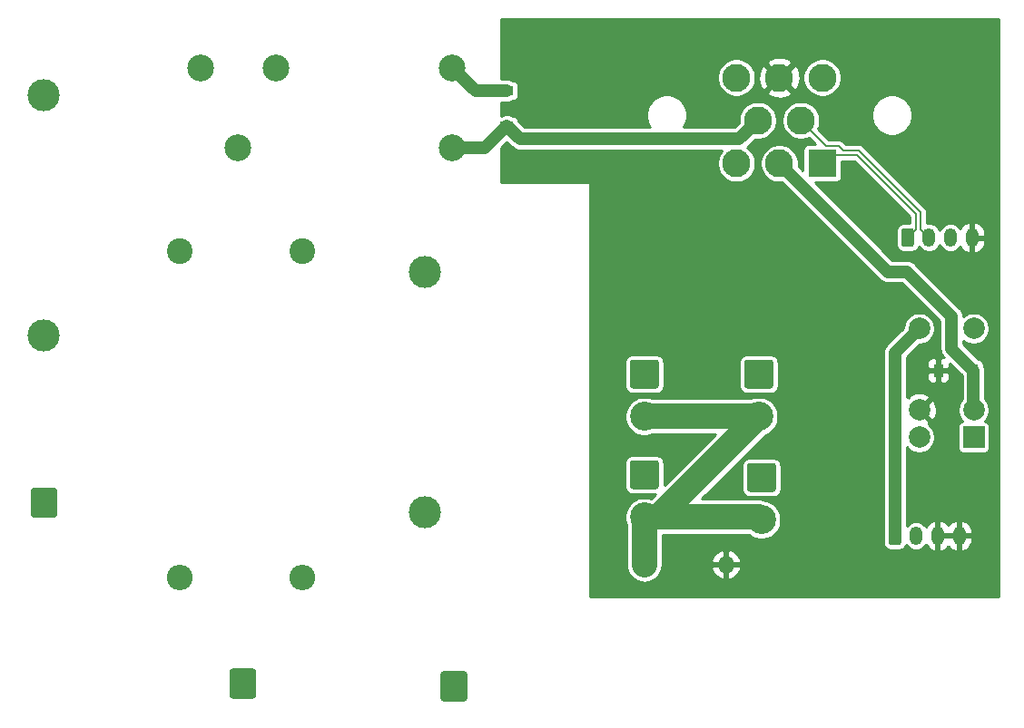
<source format=gbr>
%TF.GenerationSoftware,KiCad,Pcbnew,5.1.7-a382d34a8~88~ubuntu18.04.1*%
%TF.CreationDate,2021-03-18T09:08:07-04:00*%
%TF.ProjectId,Pacman2020,5061636d-616e-4323-9032-302e6b696361,rev?*%
%TF.SameCoordinates,Original*%
%TF.FileFunction,Copper,L2,Bot*%
%TF.FilePolarity,Positive*%
%FSLAX46Y46*%
G04 Gerber Fmt 4.6, Leading zero omitted, Abs format (unit mm)*
G04 Created by KiCad (PCBNEW 5.1.7-a382d34a8~88~ubuntu18.04.1) date 2021-03-18 09:08:07*
%MOMM*%
%LPD*%
G01*
G04 APERTURE LIST*
%TA.AperFunction,ComponentPad*%
%ADD10C,2.500000*%
%TD*%
%TA.AperFunction,ComponentPad*%
%ADD11O,1.200000X1.750000*%
%TD*%
%TA.AperFunction,ComponentPad*%
%ADD12O,2.400000X2.400000*%
%TD*%
%TA.AperFunction,ComponentPad*%
%ADD13C,2.400000*%
%TD*%
%TA.AperFunction,ComponentPad*%
%ADD14R,2.625000X2.625000*%
%TD*%
%TA.AperFunction,ComponentPad*%
%ADD15C,2.625000*%
%TD*%
%TA.AperFunction,ComponentPad*%
%ADD16C,2.000000*%
%TD*%
%TA.AperFunction,ComponentPad*%
%ADD17R,2.000000X2.000000*%
%TD*%
%TA.AperFunction,ComponentPad*%
%ADD18C,2.700000*%
%TD*%
%TA.AperFunction,ComponentPad*%
%ADD19C,3.000000*%
%TD*%
%TA.AperFunction,ComponentPad*%
%ADD20O,1.600000X1.600000*%
%TD*%
%TA.AperFunction,ComponentPad*%
%ADD21R,1.600000X1.600000*%
%TD*%
%TA.AperFunction,SMDPad,CuDef*%
%ADD22R,0.900000X1.200000*%
%TD*%
%TA.AperFunction,SMDPad,CuDef*%
%ADD23R,1.200000X0.900000*%
%TD*%
%TA.AperFunction,Conductor*%
%ADD24C,1.200000*%
%TD*%
%TA.AperFunction,Conductor*%
%ADD25C,2.400000*%
%TD*%
%TA.AperFunction,Conductor*%
%ADD26C,0.200000*%
%TD*%
%TA.AperFunction,Conductor*%
%ADD27C,0.254000*%
%TD*%
%TA.AperFunction,Conductor*%
%ADD28C,0.100000*%
%TD*%
G04 APERTURE END LIST*
D10*
%TO.P,K1,1*%
%TO.N,Net-(F1-Pad1)*%
X78750000Y-81280000D03*
%TO.P,K1,5*%
%TO.N,Net-(K1-Pad5)*%
X75250000Y-88780000D03*
%TO.P,K1,10*%
%TO.N,Net-(F2-Pad1)*%
X71750000Y-81280000D03*
%TO.P,K1,2*%
%TO.N,/SHUTDOWN_IN*%
X95250000Y-88780000D03*
%TO.P,K1,9*%
%TO.N,Net-(D1-Pad2)*%
X95250000Y-81280000D03*
%TD*%
D11*
%TO.P,J5,4*%
%TO.N,GND*%
X143700000Y-97155000D03*
%TO.P,J5,3*%
%TO.N,+12V*%
X141700000Y-97155000D03*
%TO.P,J5,2*%
%TO.N,/CAN-*%
X139700000Y-97155000D03*
%TO.P,J5,1*%
%TO.N,/CAN+*%
%TA.AperFunction,ComponentPad*%
G36*
G01*
X137100000Y-97780001D02*
X137100000Y-96529999D01*
G75*
G02*
X137349999Y-96280000I249999J0D01*
G01*
X138050001Y-96280000D01*
G75*
G02*
X138300000Y-96529999I0J-249999D01*
G01*
X138300000Y-97780001D01*
G75*
G02*
X138050001Y-98030000I-249999J0D01*
G01*
X137349999Y-98030000D01*
G75*
G02*
X137100000Y-97780001I0J249999D01*
G01*
G37*
%TD.AperFunction*%
%TD*%
D12*
%TO.P,R9,2*%
%TO.N,/pre/discharge/INT+*%
X81280000Y-128905000D03*
D13*
%TO.P,R9,1*%
%TO.N,Net-(K1-Pad5)*%
X81280000Y-98425000D03*
%TD*%
D12*
%TO.P,R1,2*%
%TO.N,/pre/discharge/INT+*%
X69850000Y-128905000D03*
D13*
%TO.P,R1,1*%
%TO.N,Net-(K1-Pad5)*%
X69850000Y-98425000D03*
%TD*%
D14*
%TO.P,J13,1*%
%TO.N,/CAN+*%
X129730000Y-90225000D03*
D15*
%TO.P,J13,2*%
%TO.N,/CONTACTOR*%
X125730000Y-90225000D03*
%TO.P,J13,3*%
%TO.N,/FAN_CTRL*%
X121730000Y-90225000D03*
%TO.P,J13,4*%
%TO.N,/CAN-*%
X127730000Y-86225000D03*
%TO.P,J13,5*%
%TO.N,/SHUTDOWN_IN*%
X123730000Y-86225000D03*
%TO.P,J13,6*%
%TO.N,+12V*%
X129730000Y-82225000D03*
%TO.P,J13,7*%
%TO.N,GND*%
X125730000Y-82225000D03*
%TO.P,J13,8*%
%TO.N,/PRECHARGE*%
X121730000Y-82225000D03*
%TD*%
D16*
%TO.P,K2,5*%
%TO.N,/pre/discharge/AIR_B+*%
X143851000Y-105641000D03*
%TO.P,K2,6*%
X138771000Y-105641000D03*
%TO.P,K2,2*%
%TO.N,/CONTACTOR*%
X143851000Y-113261000D03*
D17*
%TO.P,K2,1*%
%TO.N,N/C*%
X143851000Y-115801000D03*
D16*
%TO.P,K2,9*%
%TO.N,GND*%
X138771000Y-113261000D03*
%TO.P,K2,10*%
%TO.N,/SHUTDOWN_IN*%
X138771000Y-115801000D03*
%TD*%
D18*
%TO.P,J12,2*%
%TO.N,/FAN_OUT*%
X123809000Y-113863000D03*
%TO.P,J12,1*%
%TO.N,/12_IN*%
%TA.AperFunction,ComponentPad*%
G36*
G01*
X122709001Y-108553000D02*
X124908999Y-108553000D01*
G75*
G02*
X125159000Y-108803001I0J-250001D01*
G01*
X125159000Y-111002999D01*
G75*
G02*
X124908999Y-111253000I-250001J0D01*
G01*
X122709001Y-111253000D01*
G75*
G02*
X122459000Y-111002999I0J250001D01*
G01*
X122459000Y-108803001D01*
G75*
G02*
X122709001Y-108553000I250001J0D01*
G01*
G37*
%TD.AperFunction*%
%TD*%
%TO.P,J11,2*%
%TO.N,/FAN_OUT*%
X113141000Y-123261000D03*
%TO.P,J11,1*%
%TO.N,/12_IN*%
%TA.AperFunction,ComponentPad*%
G36*
G01*
X112041001Y-117951000D02*
X114240999Y-117951000D01*
G75*
G02*
X114491000Y-118201001I0J-250001D01*
G01*
X114491000Y-120400999D01*
G75*
G02*
X114240999Y-120651000I-250001J0D01*
G01*
X112041001Y-120651000D01*
G75*
G02*
X111791000Y-120400999I0J250001D01*
G01*
X111791000Y-118201001D01*
G75*
G02*
X112041001Y-117951000I250001J0D01*
G01*
G37*
%TD.AperFunction*%
%TD*%
%TO.P,J10,2*%
%TO.N,/FAN_OUT*%
X124063000Y-123515000D03*
%TO.P,J10,1*%
%TO.N,/12_IN*%
%TA.AperFunction,ComponentPad*%
G36*
G01*
X122963001Y-118205000D02*
X125162999Y-118205000D01*
G75*
G02*
X125413000Y-118455001I0J-250001D01*
G01*
X125413000Y-120654999D01*
G75*
G02*
X125162999Y-120905000I-250001J0D01*
G01*
X122963001Y-120905000D01*
G75*
G02*
X122713000Y-120654999I0J250001D01*
G01*
X122713000Y-118455001D01*
G75*
G02*
X122963001Y-118205000I250001J0D01*
G01*
G37*
%TD.AperFunction*%
%TD*%
%TO.P,J9,2*%
%TO.N,/FAN_OUT*%
X113141000Y-113863000D03*
%TO.P,J9,1*%
%TO.N,/12_IN*%
%TA.AperFunction,ComponentPad*%
G36*
G01*
X112041001Y-108553000D02*
X114240999Y-108553000D01*
G75*
G02*
X114491000Y-108803001I0J-250001D01*
G01*
X114491000Y-111002999D01*
G75*
G02*
X114240999Y-111253000I-250001J0D01*
G01*
X112041001Y-111253000D01*
G75*
G02*
X111791000Y-111002999I0J250001D01*
G01*
X111791000Y-108803001D01*
G75*
G02*
X112041001Y-108553000I250001J0D01*
G01*
G37*
%TD.AperFunction*%
%TD*%
D11*
%TO.P,J4,4*%
%TO.N,GND*%
X142500000Y-125000000D03*
%TO.P,J4,3*%
X140500000Y-125000000D03*
%TO.P,J4,2*%
%TO.N,/SHUTDOWN_IN*%
X138500000Y-125000000D03*
%TO.P,J4,1*%
%TO.N,/pre/discharge/AIR_B+*%
%TA.AperFunction,ComponentPad*%
G36*
G01*
X135900000Y-125625001D02*
X135900000Y-124374999D01*
G75*
G02*
X136149999Y-124125000I249999J0D01*
G01*
X136850001Y-124125000D01*
G75*
G02*
X137100000Y-124374999I0J-249999D01*
G01*
X137100000Y-125625001D01*
G75*
G02*
X136850001Y-125875000I-249999J0D01*
G01*
X136149999Y-125875000D01*
G75*
G02*
X135900000Y-125625001I0J249999D01*
G01*
G37*
%TD.AperFunction*%
%TD*%
%TO.P,J3,1*%
%TO.N,/pre/discharge/INT+*%
%TA.AperFunction,ComponentPad*%
G36*
G01*
X74462000Y-139961001D02*
X74462000Y-137660999D01*
G75*
G02*
X74711999Y-137411000I249999J0D01*
G01*
X76672001Y-137411000D01*
G75*
G02*
X76922000Y-137660999I0J-249999D01*
G01*
X76922000Y-139961001D01*
G75*
G02*
X76672001Y-140211000I-249999J0D01*
G01*
X74711999Y-140211000D01*
G75*
G02*
X74462000Y-139961001I0J249999D01*
G01*
G37*
%TD.AperFunction*%
%TD*%
%TO.P,J2,1*%
%TO.N,/pre/discharge/BATT+*%
%TA.AperFunction,ComponentPad*%
G36*
G01*
X55920000Y-123070001D02*
X55920000Y-120769999D01*
G75*
G02*
X56169999Y-120520000I249999J0D01*
G01*
X58130001Y-120520000D01*
G75*
G02*
X58380000Y-120769999I0J-249999D01*
G01*
X58380000Y-123070001D01*
G75*
G02*
X58130001Y-123320000I-249999J0D01*
G01*
X56169999Y-123320000D01*
G75*
G02*
X55920000Y-123070001I0J249999D01*
G01*
G37*
%TD.AperFunction*%
%TD*%
%TO.P,J1,1*%
%TO.N,/pre/discharge/INT-*%
%TA.AperFunction,ComponentPad*%
G36*
G01*
X94147000Y-140215001D02*
X94147000Y-137914999D01*
G75*
G02*
X94396999Y-137665000I249999J0D01*
G01*
X96357001Y-137665000D01*
G75*
G02*
X96607000Y-137914999I0J-249999D01*
G01*
X96607000Y-140215001D01*
G75*
G02*
X96357001Y-140465000I-249999J0D01*
G01*
X94396999Y-140465000D01*
G75*
G02*
X94147000Y-140215001I0J249999D01*
G01*
G37*
%TD.AperFunction*%
%TD*%
D19*
%TO.P,F2,1*%
%TO.N,Net-(F2-Pad1)*%
X57150000Y-83820000D03*
%TO.P,F2,2*%
%TO.N,/pre/discharge/BATT+*%
X57150000Y-106320000D03*
%TD*%
%TO.P,F1,1*%
%TO.N,Net-(F1-Pad1)*%
X92710000Y-100330000D03*
%TO.P,F1,2*%
%TO.N,/pre/discharge/INT-*%
X92710000Y-122830000D03*
%TD*%
D20*
%TO.P,D6,2*%
%TO.N,GND*%
X120761000Y-127683000D03*
D21*
%TO.P,D6,1*%
%TO.N,/FAN_OUT*%
X113141000Y-127683000D03*
%TD*%
D22*
%TO.P,D2,2*%
%TO.N,GND*%
X140549000Y-109578000D03*
%TO.P,D2,1*%
%TO.N,/CONTACTOR*%
X143849000Y-109578000D03*
%TD*%
D23*
%TO.P,D1,2*%
%TO.N,Net-(D1-Pad2)*%
X100330000Y-83440000D03*
%TO.P,D1,1*%
%TO.N,/SHUTDOWN_IN*%
X100330000Y-86740000D03*
%TD*%
D24*
%TO.N,Net-(D1-Pad2)*%
X97410000Y-83440000D02*
X95250000Y-81280000D01*
X100330000Y-83440000D02*
X97410000Y-83440000D01*
%TO.N,/pre/discharge/AIR_B+*%
X138771000Y-105641000D02*
X136525000Y-107887000D01*
X136525000Y-124975000D02*
X136500000Y-125000000D01*
X136525000Y-107887000D02*
X136525000Y-124975000D01*
%TO.N,/SHUTDOWN_IN*%
X98290000Y-88780000D02*
X100330000Y-86740000D01*
X95250000Y-88780000D02*
X98290000Y-88780000D01*
X101540001Y-87950001D02*
X100330000Y-86740000D01*
X123730000Y-86225000D02*
X122004999Y-87950001D01*
X122004999Y-87950001D02*
X101540001Y-87950001D01*
%TO.N,/CONTACTOR*%
X143849000Y-113259000D02*
X143851000Y-113261000D01*
X143849000Y-109578000D02*
X143849000Y-113259000D01*
X141799001Y-107528001D02*
X143849000Y-109578000D01*
X141799001Y-104525001D02*
X141799001Y-107528001D01*
X135835000Y-100330000D02*
X137604000Y-100330000D01*
X137604000Y-100330000D02*
X141799001Y-104525001D01*
X125730000Y-90225000D02*
X135835000Y-100330000D01*
D25*
%TO.N,/FAN_OUT*%
X113141000Y-113863000D02*
X123809000Y-113863000D01*
X123809000Y-123261000D02*
X124063000Y-123515000D01*
X113141000Y-123261000D02*
X123809000Y-123261000D01*
X114411000Y-123261000D02*
X123809000Y-113863000D01*
X113141000Y-123261000D02*
X114411000Y-123261000D01*
X113141000Y-123261000D02*
X113141000Y-127683000D01*
D26*
%TO.N,/CAN-*%
X131282501Y-88612499D02*
X131670002Y-89000000D01*
X130117499Y-88612499D02*
X131282501Y-88612499D01*
X131670002Y-89000000D02*
X133133200Y-89000000D01*
X127730000Y-86225000D02*
X130117499Y-88612499D01*
X138925000Y-96380000D02*
X139700000Y-97155000D01*
X138925000Y-94791800D02*
X138925000Y-96380000D01*
X133133200Y-89000000D02*
X138925000Y-94791800D01*
%TO.N,/CAN+*%
X129730000Y-90225000D02*
X130505000Y-89450000D01*
X130505000Y-89450000D02*
X132946800Y-89450000D01*
X138475000Y-96380000D02*
X137700000Y-97155000D01*
X132946800Y-89450000D02*
X138475000Y-94978200D01*
X138475000Y-94978200D02*
X138475000Y-96380000D01*
%TD*%
D27*
%TO.N,GND*%
X146173001Y-76809844D02*
X146173000Y-76809853D01*
X146173001Y-130683000D01*
X108077000Y-130683000D01*
X108077000Y-118201001D01*
X111301644Y-118201001D01*
X111301644Y-120400999D01*
X111315851Y-120545240D01*
X111357924Y-120683939D01*
X111426248Y-120811764D01*
X111518197Y-120923803D01*
X111630236Y-121015752D01*
X111758061Y-121084076D01*
X111896760Y-121126149D01*
X112041001Y-121140356D01*
X114145866Y-121140356D01*
X113758005Y-121528217D01*
X113676833Y-121494595D01*
X113321929Y-121424000D01*
X112960071Y-121424000D01*
X112605167Y-121494595D01*
X112270854Y-121633072D01*
X111969981Y-121834109D01*
X111714109Y-122089981D01*
X111513072Y-122390854D01*
X111374595Y-122725167D01*
X111304000Y-123080071D01*
X111304000Y-123441929D01*
X111374595Y-123796833D01*
X111454000Y-123988534D01*
X111454001Y-127765870D01*
X111478411Y-128013710D01*
X111574876Y-128331710D01*
X111731525Y-128624782D01*
X111942340Y-128881661D01*
X112199219Y-129092476D01*
X112492291Y-129249125D01*
X112810291Y-129345590D01*
X113141000Y-129378162D01*
X113471710Y-129345590D01*
X113789710Y-129249125D01*
X114082782Y-129092476D01*
X114339661Y-128881661D01*
X114550476Y-128624782D01*
X114707125Y-128331710D01*
X114798029Y-128032039D01*
X119369096Y-128032039D01*
X119409754Y-128166087D01*
X119529963Y-128420420D01*
X119697481Y-128646414D01*
X119905869Y-128835385D01*
X120147119Y-128980070D01*
X120411960Y-129074909D01*
X120634000Y-128953624D01*
X120634000Y-127810000D01*
X120888000Y-127810000D01*
X120888000Y-128953624D01*
X121110040Y-129074909D01*
X121374881Y-128980070D01*
X121616131Y-128835385D01*
X121824519Y-128646414D01*
X121992037Y-128420420D01*
X122112246Y-128166087D01*
X122152904Y-128032039D01*
X122030915Y-127810000D01*
X120888000Y-127810000D01*
X120634000Y-127810000D01*
X119491085Y-127810000D01*
X119369096Y-128032039D01*
X114798029Y-128032039D01*
X114803590Y-128013710D01*
X114828000Y-127765870D01*
X114828000Y-127333961D01*
X119369096Y-127333961D01*
X119491085Y-127556000D01*
X120634000Y-127556000D01*
X120634000Y-126412376D01*
X120888000Y-126412376D01*
X120888000Y-127556000D01*
X122030915Y-127556000D01*
X122152904Y-127333961D01*
X122112246Y-127199913D01*
X121992037Y-126945580D01*
X121824519Y-126719586D01*
X121616131Y-126530615D01*
X121374881Y-126385930D01*
X121110040Y-126291091D01*
X120888000Y-126412376D01*
X120634000Y-126412376D01*
X120411960Y-126291091D01*
X120147119Y-126385930D01*
X119905869Y-126530615D01*
X119697481Y-126719586D01*
X119529963Y-126945580D01*
X119409754Y-127199913D01*
X119369096Y-127333961D01*
X114828000Y-127333961D01*
X114828000Y-124948000D01*
X122901124Y-124948000D01*
X123192854Y-125142928D01*
X123527167Y-125281405D01*
X123882071Y-125352000D01*
X124243929Y-125352000D01*
X124598833Y-125281405D01*
X124933146Y-125142928D01*
X125147052Y-125000000D01*
X135407741Y-125000000D01*
X135410644Y-125029474D01*
X135410644Y-125625001D01*
X135424850Y-125769242D01*
X135466924Y-125907940D01*
X135535248Y-126035765D01*
X135627196Y-126147804D01*
X135739235Y-126239752D01*
X135867060Y-126308076D01*
X136005758Y-126350150D01*
X136149999Y-126364356D01*
X136850001Y-126364356D01*
X136994242Y-126350150D01*
X137132940Y-126308076D01*
X137260765Y-126239752D01*
X137372804Y-126147804D01*
X137464752Y-126035765D01*
X137533076Y-125907940D01*
X137559398Y-125821168D01*
X137591821Y-125881827D01*
X137727657Y-126047344D01*
X137893174Y-126183180D01*
X138082012Y-126284116D01*
X138286912Y-126346272D01*
X138500000Y-126367259D01*
X138713089Y-126346272D01*
X138917989Y-126284116D01*
X139106827Y-126183180D01*
X139272344Y-126047344D01*
X139408180Y-125881827D01*
X139412962Y-125872881D01*
X139543693Y-126066725D01*
X139716526Y-126238078D01*
X139919467Y-126372421D01*
X140144718Y-126464591D01*
X140182391Y-126468462D01*
X140373000Y-126343731D01*
X140373000Y-125127000D01*
X140627000Y-125127000D01*
X140627000Y-126343731D01*
X140817609Y-126468462D01*
X140855282Y-126464591D01*
X141080533Y-126372421D01*
X141283474Y-126238078D01*
X141456307Y-126066725D01*
X141500000Y-126001939D01*
X141543693Y-126066725D01*
X141716526Y-126238078D01*
X141919467Y-126372421D01*
X142144718Y-126464591D01*
X142182391Y-126468462D01*
X142373000Y-126343731D01*
X142373000Y-125127000D01*
X142627000Y-125127000D01*
X142627000Y-126343731D01*
X142817609Y-126468462D01*
X142855282Y-126464591D01*
X143080533Y-126372421D01*
X143283474Y-126238078D01*
X143456307Y-126066725D01*
X143592390Y-125864946D01*
X143686493Y-125640496D01*
X143735000Y-125402000D01*
X143735000Y-125127000D01*
X142627000Y-125127000D01*
X142373000Y-125127000D01*
X140627000Y-125127000D01*
X140373000Y-125127000D01*
X140353000Y-125127000D01*
X140353000Y-124873000D01*
X140373000Y-124873000D01*
X140373000Y-123656269D01*
X140627000Y-123656269D01*
X140627000Y-124873000D01*
X142373000Y-124873000D01*
X142373000Y-123656269D01*
X142627000Y-123656269D01*
X142627000Y-124873000D01*
X143735000Y-124873000D01*
X143735000Y-124598000D01*
X143686493Y-124359504D01*
X143592390Y-124135054D01*
X143456307Y-123933275D01*
X143283474Y-123761922D01*
X143080533Y-123627579D01*
X142855282Y-123535409D01*
X142817609Y-123531538D01*
X142627000Y-123656269D01*
X142373000Y-123656269D01*
X142182391Y-123531538D01*
X142144718Y-123535409D01*
X141919467Y-123627579D01*
X141716526Y-123761922D01*
X141543693Y-123933275D01*
X141500000Y-123998061D01*
X141456307Y-123933275D01*
X141283474Y-123761922D01*
X141080533Y-123627579D01*
X140855282Y-123535409D01*
X140817609Y-123531538D01*
X140627000Y-123656269D01*
X140373000Y-123656269D01*
X140182391Y-123531538D01*
X140144718Y-123535409D01*
X139919467Y-123627579D01*
X139716526Y-123761922D01*
X139543693Y-123933275D01*
X139412962Y-124127119D01*
X139408180Y-124118173D01*
X139272344Y-123952656D01*
X139106827Y-123816820D01*
X138917988Y-123715884D01*
X138713088Y-123653728D01*
X138500000Y-123632741D01*
X138286911Y-123653728D01*
X138082011Y-123715884D01*
X137893173Y-123816820D01*
X137727656Y-123952656D01*
X137612000Y-124093584D01*
X137612000Y-116742962D01*
X137615972Y-116748907D01*
X137823093Y-116956028D01*
X138066641Y-117118762D01*
X138337258Y-117230855D01*
X138624543Y-117288000D01*
X138917457Y-117288000D01*
X139204742Y-117230855D01*
X139475359Y-117118762D01*
X139718907Y-116956028D01*
X139926028Y-116748907D01*
X140088762Y-116505359D01*
X140200855Y-116234742D01*
X140258000Y-115947457D01*
X140258000Y-115654543D01*
X140200855Y-115367258D01*
X140088762Y-115096641D01*
X139926028Y-114853093D01*
X139718907Y-114645972D01*
X139652493Y-114601595D01*
X139726808Y-114396413D01*
X138771000Y-113440605D01*
X138756858Y-113454748D01*
X138577253Y-113275143D01*
X138591395Y-113261000D01*
X138950605Y-113261000D01*
X139906413Y-114216808D01*
X140170814Y-114121044D01*
X140311704Y-113831429D01*
X140393384Y-113519892D01*
X140412718Y-113198405D01*
X140368961Y-112879325D01*
X140263795Y-112574912D01*
X140170814Y-112400956D01*
X139906413Y-112305192D01*
X138950605Y-113261000D01*
X138591395Y-113261000D01*
X138577253Y-113246858D01*
X138756858Y-113067253D01*
X138771000Y-113081395D01*
X139726808Y-112125587D01*
X139631044Y-111861186D01*
X139341429Y-111720296D01*
X139029892Y-111638616D01*
X138708405Y-111619282D01*
X138389325Y-111663039D01*
X138084912Y-111768205D01*
X137910956Y-111861186D01*
X137815193Y-112125585D01*
X137699525Y-112009917D01*
X137612000Y-112097442D01*
X137612000Y-110178000D01*
X139460928Y-110178000D01*
X139473188Y-110302482D01*
X139509498Y-110422180D01*
X139568463Y-110532494D01*
X139647815Y-110629185D01*
X139744506Y-110708537D01*
X139854820Y-110767502D01*
X139974518Y-110803812D01*
X140099000Y-110816072D01*
X140263250Y-110813000D01*
X140422000Y-110654250D01*
X140422000Y-109705000D01*
X140676000Y-109705000D01*
X140676000Y-110654250D01*
X140834750Y-110813000D01*
X140999000Y-110816072D01*
X141123482Y-110803812D01*
X141243180Y-110767502D01*
X141353494Y-110708537D01*
X141450185Y-110629185D01*
X141529537Y-110532494D01*
X141588502Y-110422180D01*
X141624812Y-110302482D01*
X141637072Y-110178000D01*
X141634000Y-109863750D01*
X141475250Y-109705000D01*
X140676000Y-109705000D01*
X140422000Y-109705000D01*
X139622750Y-109705000D01*
X139464000Y-109863750D01*
X139460928Y-110178000D01*
X137612000Y-110178000D01*
X137612000Y-108978000D01*
X139460928Y-108978000D01*
X139464000Y-109292250D01*
X139622750Y-109451000D01*
X140422000Y-109451000D01*
X140422000Y-108501750D01*
X140263250Y-108343000D01*
X140099000Y-108339928D01*
X139974518Y-108352188D01*
X139854820Y-108388498D01*
X139744506Y-108447463D01*
X139647815Y-108526815D01*
X139568463Y-108623506D01*
X139509498Y-108733820D01*
X139473188Y-108853518D01*
X139460928Y-108978000D01*
X137612000Y-108978000D01*
X137612000Y-108337249D01*
X138821250Y-107128000D01*
X138917457Y-107128000D01*
X139204742Y-107070855D01*
X139475359Y-106958762D01*
X139718907Y-106796028D01*
X139926028Y-106588907D01*
X140088762Y-106345359D01*
X140200855Y-106074742D01*
X140258000Y-105787457D01*
X140258000Y-105494543D01*
X140200855Y-105207258D01*
X140088762Y-104936641D01*
X139926028Y-104693093D01*
X139718907Y-104485972D01*
X139475359Y-104323238D01*
X139204742Y-104211145D01*
X138917457Y-104154000D01*
X138624543Y-104154000D01*
X138337258Y-104211145D01*
X138066641Y-104323238D01*
X137823093Y-104485972D01*
X137615972Y-104693093D01*
X137453238Y-104936641D01*
X137341145Y-105207258D01*
X137284000Y-105494543D01*
X137284000Y-105590750D01*
X135794140Y-107080611D01*
X135752656Y-107114656D01*
X135616820Y-107280173D01*
X135515884Y-107469012D01*
X135453728Y-107673912D01*
X135447112Y-107741089D01*
X135432741Y-107887000D01*
X135438000Y-107940394D01*
X135438001Y-124187406D01*
X135424850Y-124230758D01*
X135410644Y-124374999D01*
X135410644Y-124970526D01*
X135407741Y-125000000D01*
X125147052Y-125000000D01*
X125234019Y-124941891D01*
X125489891Y-124686019D01*
X125690928Y-124385146D01*
X125829405Y-124050833D01*
X125900000Y-123695929D01*
X125900000Y-123334071D01*
X125829405Y-122979167D01*
X125690928Y-122644854D01*
X125489891Y-122343981D01*
X125234019Y-122088109D01*
X124933146Y-121887072D01*
X124598833Y-121748595D01*
X124534138Y-121735726D01*
X124457710Y-121694875D01*
X124139710Y-121598410D01*
X123891870Y-121574000D01*
X123809000Y-121565838D01*
X123726130Y-121574000D01*
X118483778Y-121574000D01*
X121602777Y-118455001D01*
X122223644Y-118455001D01*
X122223644Y-120654999D01*
X122237851Y-120799240D01*
X122279924Y-120937939D01*
X122348248Y-121065764D01*
X122440197Y-121177803D01*
X122552236Y-121269752D01*
X122680061Y-121338076D01*
X122818760Y-121380149D01*
X122963001Y-121394356D01*
X125162999Y-121394356D01*
X125307240Y-121380149D01*
X125445939Y-121338076D01*
X125573764Y-121269752D01*
X125685803Y-121177803D01*
X125777752Y-121065764D01*
X125846076Y-120937939D01*
X125888149Y-120799240D01*
X125902356Y-120654999D01*
X125902356Y-118455001D01*
X125888149Y-118310760D01*
X125846076Y-118172061D01*
X125777752Y-118044236D01*
X125685803Y-117932197D01*
X125573764Y-117840248D01*
X125445939Y-117771924D01*
X125307240Y-117729851D01*
X125162999Y-117715644D01*
X122963001Y-117715644D01*
X122818760Y-117729851D01*
X122680061Y-117771924D01*
X122552236Y-117840248D01*
X122440197Y-117932197D01*
X122348248Y-118044236D01*
X122279924Y-118172061D01*
X122237851Y-118310760D01*
X122223644Y-118455001D01*
X121602777Y-118455001D01*
X124487446Y-115570333D01*
X124679146Y-115490928D01*
X124980019Y-115289891D01*
X125235891Y-115034019D01*
X125436928Y-114733146D01*
X125575405Y-114398833D01*
X125646000Y-114043929D01*
X125646000Y-113682071D01*
X125575405Y-113327167D01*
X125436928Y-112992854D01*
X125235891Y-112691981D01*
X124980019Y-112436109D01*
X124679146Y-112235072D01*
X124344833Y-112096595D01*
X123989929Y-112026000D01*
X123628071Y-112026000D01*
X123273167Y-112096595D01*
X123081466Y-112176000D01*
X113868534Y-112176000D01*
X113676833Y-112096595D01*
X113321929Y-112026000D01*
X112960071Y-112026000D01*
X112605167Y-112096595D01*
X112270854Y-112235072D01*
X111969981Y-112436109D01*
X111714109Y-112691981D01*
X111513072Y-112992854D01*
X111374595Y-113327167D01*
X111304000Y-113682071D01*
X111304000Y-114043929D01*
X111374595Y-114398833D01*
X111513072Y-114733146D01*
X111714109Y-115034019D01*
X111969981Y-115289891D01*
X112270854Y-115490928D01*
X112605167Y-115629405D01*
X112960071Y-115700000D01*
X113321929Y-115700000D01*
X113676833Y-115629405D01*
X113868534Y-115550000D01*
X119736221Y-115550000D01*
X114980356Y-120305866D01*
X114980356Y-118201001D01*
X114966149Y-118056760D01*
X114924076Y-117918061D01*
X114855752Y-117790236D01*
X114763803Y-117678197D01*
X114651764Y-117586248D01*
X114523939Y-117517924D01*
X114385240Y-117475851D01*
X114240999Y-117461644D01*
X112041001Y-117461644D01*
X111896760Y-117475851D01*
X111758061Y-117517924D01*
X111630236Y-117586248D01*
X111518197Y-117678197D01*
X111426248Y-117790236D01*
X111357924Y-117918061D01*
X111315851Y-118056760D01*
X111301644Y-118201001D01*
X108077000Y-118201001D01*
X108077000Y-108803001D01*
X111301644Y-108803001D01*
X111301644Y-111002999D01*
X111315851Y-111147240D01*
X111357924Y-111285939D01*
X111426248Y-111413764D01*
X111518197Y-111525803D01*
X111630236Y-111617752D01*
X111758061Y-111686076D01*
X111896760Y-111728149D01*
X112041001Y-111742356D01*
X114240999Y-111742356D01*
X114385240Y-111728149D01*
X114523939Y-111686076D01*
X114651764Y-111617752D01*
X114763803Y-111525803D01*
X114855752Y-111413764D01*
X114924076Y-111285939D01*
X114966149Y-111147240D01*
X114980356Y-111002999D01*
X114980356Y-108803001D01*
X121969644Y-108803001D01*
X121969644Y-111002999D01*
X121983851Y-111147240D01*
X122025924Y-111285939D01*
X122094248Y-111413764D01*
X122186197Y-111525803D01*
X122298236Y-111617752D01*
X122426061Y-111686076D01*
X122564760Y-111728149D01*
X122709001Y-111742356D01*
X124908999Y-111742356D01*
X125053240Y-111728149D01*
X125191939Y-111686076D01*
X125319764Y-111617752D01*
X125431803Y-111525803D01*
X125523752Y-111413764D01*
X125592076Y-111285939D01*
X125634149Y-111147240D01*
X125648356Y-111002999D01*
X125648356Y-108803001D01*
X125634149Y-108658760D01*
X125592076Y-108520061D01*
X125523752Y-108392236D01*
X125431803Y-108280197D01*
X125319764Y-108188248D01*
X125191939Y-108119924D01*
X125053240Y-108077851D01*
X124908999Y-108063644D01*
X122709001Y-108063644D01*
X122564760Y-108077851D01*
X122426061Y-108119924D01*
X122298236Y-108188248D01*
X122186197Y-108280197D01*
X122094248Y-108392236D01*
X122025924Y-108520061D01*
X121983851Y-108658760D01*
X121969644Y-108803001D01*
X114980356Y-108803001D01*
X114966149Y-108658760D01*
X114924076Y-108520061D01*
X114855752Y-108392236D01*
X114763803Y-108280197D01*
X114651764Y-108188248D01*
X114523939Y-108119924D01*
X114385240Y-108077851D01*
X114240999Y-108063644D01*
X112041001Y-108063644D01*
X111896760Y-108077851D01*
X111758061Y-108119924D01*
X111630236Y-108188248D01*
X111518197Y-108280197D01*
X111426248Y-108392236D01*
X111357924Y-108520061D01*
X111315851Y-108658760D01*
X111301644Y-108803001D01*
X108077000Y-108803001D01*
X108077000Y-92075000D01*
X108074560Y-92050224D01*
X108067333Y-92026399D01*
X108055597Y-92004443D01*
X108039803Y-91985197D01*
X108020557Y-91969403D01*
X107998601Y-91957667D01*
X107974776Y-91950440D01*
X107950000Y-91948000D01*
X99822000Y-91948000D01*
X99822000Y-88785250D01*
X100330000Y-88277250D01*
X100733616Y-88680866D01*
X100767657Y-88722345D01*
X100933174Y-88858181D01*
X101122012Y-88959117D01*
X101326912Y-89021273D01*
X101486604Y-89037001D01*
X101486607Y-89037001D01*
X101540001Y-89042260D01*
X101593395Y-89037001D01*
X120373122Y-89037001D01*
X120332237Y-89077886D01*
X120135304Y-89372617D01*
X119999654Y-89700105D01*
X119930500Y-90047765D01*
X119930500Y-90402235D01*
X119999654Y-90749895D01*
X120135304Y-91077383D01*
X120332237Y-91372114D01*
X120582886Y-91622763D01*
X120877617Y-91819696D01*
X121205105Y-91955346D01*
X121552765Y-92024500D01*
X121907235Y-92024500D01*
X122254895Y-91955346D01*
X122582383Y-91819696D01*
X122877114Y-91622763D01*
X123127763Y-91372114D01*
X123324696Y-91077383D01*
X123460346Y-90749895D01*
X123529500Y-90402235D01*
X123529500Y-90047765D01*
X123930500Y-90047765D01*
X123930500Y-90402235D01*
X123999654Y-90749895D01*
X124135304Y-91077383D01*
X124332237Y-91372114D01*
X124582886Y-91622763D01*
X124877617Y-91819696D01*
X125205105Y-91955346D01*
X125552765Y-92024500D01*
X125907235Y-92024500D01*
X125978146Y-92010395D01*
X135028616Y-101060866D01*
X135062656Y-101102344D01*
X135104132Y-101136382D01*
X135228172Y-101238180D01*
X135329108Y-101292131D01*
X135417011Y-101339116D01*
X135621911Y-101401272D01*
X135781603Y-101417000D01*
X135781605Y-101417000D01*
X135834999Y-101422259D01*
X135888393Y-101417000D01*
X137153751Y-101417000D01*
X140712001Y-104975251D01*
X140712002Y-107474597D01*
X140706742Y-107528001D01*
X140727730Y-107741089D01*
X140789886Y-107945990D01*
X140890821Y-108134828D01*
X140974181Y-108236402D01*
X141026658Y-108300345D01*
X141068136Y-108334385D01*
X141081837Y-108348087D01*
X140999000Y-108339928D01*
X140834750Y-108343000D01*
X140676000Y-108501750D01*
X140676000Y-109451000D01*
X141475250Y-109451000D01*
X141634000Y-109292250D01*
X141637072Y-108978000D01*
X141628914Y-108895163D01*
X142762000Y-110028250D01*
X142762001Y-112247064D01*
X142695972Y-112313093D01*
X142533238Y-112556641D01*
X142421145Y-112827258D01*
X142364000Y-113114543D01*
X142364000Y-113407457D01*
X142421145Y-113694742D01*
X142533238Y-113965359D01*
X142695972Y-114208907D01*
X142803397Y-114316332D01*
X142755531Y-114321047D01*
X142663732Y-114348894D01*
X142579128Y-114394115D01*
X142504973Y-114454973D01*
X142444115Y-114529128D01*
X142398894Y-114613732D01*
X142371047Y-114705531D01*
X142361644Y-114801000D01*
X142361644Y-116801000D01*
X142371047Y-116896469D01*
X142398894Y-116988268D01*
X142444115Y-117072872D01*
X142504973Y-117147027D01*
X142579128Y-117207885D01*
X142663732Y-117253106D01*
X142755531Y-117280953D01*
X142851000Y-117290356D01*
X144851000Y-117290356D01*
X144946469Y-117280953D01*
X145038268Y-117253106D01*
X145122872Y-117207885D01*
X145197027Y-117147027D01*
X145257885Y-117072872D01*
X145303106Y-116988268D01*
X145330953Y-116896469D01*
X145340356Y-116801000D01*
X145340356Y-114801000D01*
X145330953Y-114705531D01*
X145303106Y-114613732D01*
X145257885Y-114529128D01*
X145197027Y-114454973D01*
X145122872Y-114394115D01*
X145038268Y-114348894D01*
X144946469Y-114321047D01*
X144898603Y-114316332D01*
X145006028Y-114208907D01*
X145168762Y-113965359D01*
X145280855Y-113694742D01*
X145338000Y-113407457D01*
X145338000Y-113114543D01*
X145280855Y-112827258D01*
X145168762Y-112556641D01*
X145006028Y-112313093D01*
X144936000Y-112243065D01*
X144936000Y-109631393D01*
X144941259Y-109577999D01*
X144936000Y-109524603D01*
X144920272Y-109364911D01*
X144858116Y-109160011D01*
X144858115Y-109160009D01*
X144788356Y-109029498D01*
X144788356Y-108978000D01*
X144778953Y-108882531D01*
X144751106Y-108790732D01*
X144705885Y-108706128D01*
X144645027Y-108631973D01*
X144570872Y-108571115D01*
X144486268Y-108525894D01*
X144394469Y-108498047D01*
X144299000Y-108488644D01*
X144296894Y-108488644D01*
X142886001Y-107077752D01*
X142886001Y-106778936D01*
X142903093Y-106796028D01*
X143146641Y-106958762D01*
X143417258Y-107070855D01*
X143704543Y-107128000D01*
X143997457Y-107128000D01*
X144284742Y-107070855D01*
X144555359Y-106958762D01*
X144798907Y-106796028D01*
X145006028Y-106588907D01*
X145168762Y-106345359D01*
X145280855Y-106074742D01*
X145338000Y-105787457D01*
X145338000Y-105494543D01*
X145280855Y-105207258D01*
X145168762Y-104936641D01*
X145006028Y-104693093D01*
X144798907Y-104485972D01*
X144555359Y-104323238D01*
X144284742Y-104211145D01*
X143997457Y-104154000D01*
X143704543Y-104154000D01*
X143417258Y-104211145D01*
X143146641Y-104323238D01*
X142903093Y-104485972D01*
X142888822Y-104500243D01*
X142871388Y-104323238D01*
X142870273Y-104311912D01*
X142808117Y-104107012D01*
X142808116Y-104107010D01*
X142707181Y-103918173D01*
X142605383Y-103794133D01*
X142571345Y-103752657D01*
X142529867Y-103718617D01*
X138410389Y-99599140D01*
X138376344Y-99557656D01*
X138210827Y-99421820D01*
X138021989Y-99320884D01*
X137817089Y-99258728D01*
X137657397Y-99243000D01*
X137657394Y-99243000D01*
X137604000Y-99237741D01*
X137550606Y-99243000D01*
X136285250Y-99243000D01*
X129069105Y-92026856D01*
X131042500Y-92026856D01*
X131137969Y-92017453D01*
X131229768Y-91989606D01*
X131314372Y-91944385D01*
X131388527Y-91883527D01*
X131449385Y-91809372D01*
X131494606Y-91724768D01*
X131522453Y-91632969D01*
X131531856Y-91537500D01*
X131531856Y-90037000D01*
X132703658Y-90037000D01*
X137888000Y-95221344D01*
X137888001Y-95790644D01*
X137349999Y-95790644D01*
X137205758Y-95804850D01*
X137067060Y-95846924D01*
X136939235Y-95915248D01*
X136827196Y-96007196D01*
X136735248Y-96119235D01*
X136666924Y-96247060D01*
X136624850Y-96385758D01*
X136610644Y-96529999D01*
X136610644Y-97780001D01*
X136624850Y-97924242D01*
X136666924Y-98062940D01*
X136735248Y-98190765D01*
X136827196Y-98302804D01*
X136939235Y-98394752D01*
X137067060Y-98463076D01*
X137205758Y-98505150D01*
X137349999Y-98519356D01*
X138050001Y-98519356D01*
X138194242Y-98505150D01*
X138332940Y-98463076D01*
X138460765Y-98394752D01*
X138572804Y-98302804D01*
X138664752Y-98190765D01*
X138733076Y-98062940D01*
X138759398Y-97976168D01*
X138791821Y-98036827D01*
X138927657Y-98202344D01*
X139093174Y-98338180D01*
X139282012Y-98439116D01*
X139486912Y-98501272D01*
X139700000Y-98522259D01*
X139913089Y-98501272D01*
X140117989Y-98439116D01*
X140306827Y-98338180D01*
X140472344Y-98202344D01*
X140608180Y-98036827D01*
X140700000Y-97865042D01*
X140791821Y-98036827D01*
X140927657Y-98202344D01*
X141093174Y-98338180D01*
X141282012Y-98439116D01*
X141486912Y-98501272D01*
X141700000Y-98522259D01*
X141913089Y-98501272D01*
X142117989Y-98439116D01*
X142306827Y-98338180D01*
X142472344Y-98202344D01*
X142608180Y-98036827D01*
X142612962Y-98027881D01*
X142743693Y-98221725D01*
X142916526Y-98393078D01*
X143119467Y-98527421D01*
X143344718Y-98619591D01*
X143382391Y-98623462D01*
X143573000Y-98498731D01*
X143573000Y-97282000D01*
X143827000Y-97282000D01*
X143827000Y-98498731D01*
X144017609Y-98623462D01*
X144055282Y-98619591D01*
X144280533Y-98527421D01*
X144483474Y-98393078D01*
X144656307Y-98221725D01*
X144792390Y-98019946D01*
X144886493Y-97795496D01*
X144935000Y-97557000D01*
X144935000Y-97282000D01*
X143827000Y-97282000D01*
X143573000Y-97282000D01*
X143553000Y-97282000D01*
X143553000Y-97028000D01*
X143573000Y-97028000D01*
X143573000Y-95811269D01*
X143827000Y-95811269D01*
X143827000Y-97028000D01*
X144935000Y-97028000D01*
X144935000Y-96753000D01*
X144886493Y-96514504D01*
X144792390Y-96290054D01*
X144656307Y-96088275D01*
X144483474Y-95916922D01*
X144280533Y-95782579D01*
X144055282Y-95690409D01*
X144017609Y-95686538D01*
X143827000Y-95811269D01*
X143573000Y-95811269D01*
X143382391Y-95686538D01*
X143344718Y-95690409D01*
X143119467Y-95782579D01*
X142916526Y-95916922D01*
X142743693Y-96088275D01*
X142612962Y-96282119D01*
X142608180Y-96273173D01*
X142472344Y-96107656D01*
X142306827Y-95971820D01*
X142117988Y-95870884D01*
X141913088Y-95808728D01*
X141700000Y-95787741D01*
X141486911Y-95808728D01*
X141282011Y-95870884D01*
X141093173Y-95971820D01*
X140927656Y-96107656D01*
X140791820Y-96273173D01*
X140700000Y-96444957D01*
X140608180Y-96273173D01*
X140472344Y-96107656D01*
X140306827Y-95971820D01*
X140117988Y-95870884D01*
X139913088Y-95808728D01*
X139700000Y-95787741D01*
X139512000Y-95806257D01*
X139512000Y-94820633D01*
X139514840Y-94791799D01*
X139503506Y-94676728D01*
X139495551Y-94650503D01*
X139469941Y-94566078D01*
X139415434Y-94464102D01*
X139342080Y-94374720D01*
X139319685Y-94356341D01*
X133568669Y-88605327D01*
X133550280Y-88582920D01*
X133460898Y-88509566D01*
X133358922Y-88455059D01*
X133248272Y-88421494D01*
X133162034Y-88413000D01*
X133133200Y-88410160D01*
X133104366Y-88413000D01*
X131913145Y-88413000D01*
X131717969Y-88217825D01*
X131699581Y-88195419D01*
X131610199Y-88122065D01*
X131508223Y-88067558D01*
X131397573Y-88033993D01*
X131311335Y-88025499D01*
X131282501Y-88022659D01*
X131253667Y-88025499D01*
X130360643Y-88025499D01*
X129350421Y-87015278D01*
X129460346Y-86749895D01*
X129529500Y-86402235D01*
X129529500Y-86047765D01*
X129460346Y-85700105D01*
X129392655Y-85536684D01*
X134318000Y-85536684D01*
X134318000Y-85913316D01*
X134391477Y-86282710D01*
X134535608Y-86630671D01*
X134744853Y-86943829D01*
X135011171Y-87210147D01*
X135324329Y-87419392D01*
X135672290Y-87563523D01*
X136041684Y-87637000D01*
X136418316Y-87637000D01*
X136787710Y-87563523D01*
X137135671Y-87419392D01*
X137448829Y-87210147D01*
X137715147Y-86943829D01*
X137924392Y-86630671D01*
X138068523Y-86282710D01*
X138142000Y-85913316D01*
X138142000Y-85536684D01*
X138068523Y-85167290D01*
X137924392Y-84819329D01*
X137715147Y-84506171D01*
X137448829Y-84239853D01*
X137135671Y-84030608D01*
X136787710Y-83886477D01*
X136418316Y-83813000D01*
X136041684Y-83813000D01*
X135672290Y-83886477D01*
X135324329Y-84030608D01*
X135011171Y-84239853D01*
X134744853Y-84506171D01*
X134535608Y-84819329D01*
X134391477Y-85167290D01*
X134318000Y-85536684D01*
X129392655Y-85536684D01*
X129324696Y-85372617D01*
X129127763Y-85077886D01*
X128877114Y-84827237D01*
X128582383Y-84630304D01*
X128254895Y-84494654D01*
X127907235Y-84425500D01*
X127552765Y-84425500D01*
X127205105Y-84494654D01*
X126877617Y-84630304D01*
X126582886Y-84827237D01*
X126332237Y-85077886D01*
X126135304Y-85372617D01*
X125999654Y-85700105D01*
X125930500Y-86047765D01*
X125930500Y-86402235D01*
X125999654Y-86749895D01*
X126135304Y-87077383D01*
X126332237Y-87372114D01*
X126582886Y-87622763D01*
X126877617Y-87819696D01*
X127205105Y-87955346D01*
X127552765Y-88024500D01*
X127907235Y-88024500D01*
X128254895Y-87955346D01*
X128520278Y-87845421D01*
X129098001Y-88423144D01*
X128417500Y-88423144D01*
X128322031Y-88432547D01*
X128230232Y-88460394D01*
X128145628Y-88505615D01*
X128071473Y-88566473D01*
X128010615Y-88640628D01*
X127965394Y-88725232D01*
X127937547Y-88817031D01*
X127928144Y-88912500D01*
X127928144Y-90885895D01*
X127515395Y-90473146D01*
X127529500Y-90402235D01*
X127529500Y-90047765D01*
X127460346Y-89700105D01*
X127324696Y-89372617D01*
X127127763Y-89077886D01*
X126877114Y-88827237D01*
X126582383Y-88630304D01*
X126254895Y-88494654D01*
X125907235Y-88425500D01*
X125552765Y-88425500D01*
X125205105Y-88494654D01*
X124877617Y-88630304D01*
X124582886Y-88827237D01*
X124332237Y-89077886D01*
X124135304Y-89372617D01*
X123999654Y-89700105D01*
X123930500Y-90047765D01*
X123529500Y-90047765D01*
X123460346Y-89700105D01*
X123324696Y-89372617D01*
X123127763Y-89077886D01*
X122877114Y-88827237D01*
X122751667Y-88743416D01*
X122777343Y-88722345D01*
X122811388Y-88680861D01*
X123481854Y-88010395D01*
X123552765Y-88024500D01*
X123907235Y-88024500D01*
X124254895Y-87955346D01*
X124582383Y-87819696D01*
X124877114Y-87622763D01*
X125127763Y-87372114D01*
X125324696Y-87077383D01*
X125460346Y-86749895D01*
X125529500Y-86402235D01*
X125529500Y-86047765D01*
X125460346Y-85700105D01*
X125324696Y-85372617D01*
X125127763Y-85077886D01*
X124877114Y-84827237D01*
X124582383Y-84630304D01*
X124254895Y-84494654D01*
X123907235Y-84425500D01*
X123552765Y-84425500D01*
X123205105Y-84494654D01*
X122877617Y-84630304D01*
X122582886Y-84827237D01*
X122332237Y-85077886D01*
X122135304Y-85372617D01*
X121999654Y-85700105D01*
X121930500Y-86047765D01*
X121930500Y-86402235D01*
X121944605Y-86473146D01*
X121554750Y-86863001D01*
X116769154Y-86863001D01*
X116924392Y-86630671D01*
X117068523Y-86282710D01*
X117142000Y-85913316D01*
X117142000Y-85536684D01*
X117068523Y-85167290D01*
X116924392Y-84819329D01*
X116715147Y-84506171D01*
X116448829Y-84239853D01*
X116135671Y-84030608D01*
X115787710Y-83886477D01*
X115418316Y-83813000D01*
X115041684Y-83813000D01*
X114672290Y-83886477D01*
X114324329Y-84030608D01*
X114011171Y-84239853D01*
X113744853Y-84506171D01*
X113535608Y-84819329D01*
X113391477Y-85167290D01*
X113318000Y-85536684D01*
X113318000Y-85913316D01*
X113391477Y-86282710D01*
X113535608Y-86630671D01*
X113690846Y-86863001D01*
X101990251Y-86863001D01*
X101419356Y-86292107D01*
X101419356Y-86290000D01*
X101409953Y-86194531D01*
X101382106Y-86102732D01*
X101336885Y-86018128D01*
X101276027Y-85943973D01*
X101201872Y-85883115D01*
X101117268Y-85837894D01*
X101025469Y-85810047D01*
X100930000Y-85800644D01*
X100878501Y-85800644D01*
X100747990Y-85730885D01*
X100543088Y-85668729D01*
X100330000Y-85647741D01*
X100116911Y-85668729D01*
X99912010Y-85730885D01*
X99822000Y-85778996D01*
X99822000Y-84527000D01*
X100383397Y-84527000D01*
X100543089Y-84511272D01*
X100747989Y-84449116D01*
X100878501Y-84379356D01*
X100930000Y-84379356D01*
X101025469Y-84369953D01*
X101117268Y-84342106D01*
X101201872Y-84296885D01*
X101276027Y-84236027D01*
X101336885Y-84161872D01*
X101382106Y-84077268D01*
X101409953Y-83985469D01*
X101419356Y-83890000D01*
X101419356Y-83469475D01*
X101422259Y-83440000D01*
X101419356Y-83410525D01*
X101419356Y-82990000D01*
X101409953Y-82894531D01*
X101382106Y-82802732D01*
X101336885Y-82718128D01*
X101276027Y-82643973D01*
X101201872Y-82583115D01*
X101117268Y-82537894D01*
X101025469Y-82510047D01*
X100930000Y-82500644D01*
X100878501Y-82500644D01*
X100747989Y-82430884D01*
X100543089Y-82368728D01*
X100383397Y-82353000D01*
X99822000Y-82353000D01*
X99822000Y-82047765D01*
X119930500Y-82047765D01*
X119930500Y-82402235D01*
X119999654Y-82749895D01*
X120135304Y-83077383D01*
X120332237Y-83372114D01*
X120582886Y-83622763D01*
X120877617Y-83819696D01*
X121205105Y-83955346D01*
X121552765Y-84024500D01*
X121907235Y-84024500D01*
X122254895Y-83955346D01*
X122582383Y-83819696D01*
X122877114Y-83622763D01*
X122916749Y-83583128D01*
X124551477Y-83583128D01*
X124684919Y-83879496D01*
X125027776Y-84051590D01*
X125397620Y-84153490D01*
X125780236Y-84181279D01*
X126160921Y-84133889D01*
X126525048Y-84013142D01*
X126775081Y-83879496D01*
X126908523Y-83583128D01*
X125730000Y-82404605D01*
X124551477Y-83583128D01*
X122916749Y-83583128D01*
X123127763Y-83372114D01*
X123324696Y-83077383D01*
X123460346Y-82749895D01*
X123529500Y-82402235D01*
X123529500Y-82275236D01*
X123773721Y-82275236D01*
X123821111Y-82655921D01*
X123941858Y-83020048D01*
X124075504Y-83270081D01*
X124371872Y-83403523D01*
X125550395Y-82225000D01*
X125909605Y-82225000D01*
X127088128Y-83403523D01*
X127384496Y-83270081D01*
X127556590Y-82927224D01*
X127658490Y-82557380D01*
X127686279Y-82174764D01*
X127670470Y-82047765D01*
X127930500Y-82047765D01*
X127930500Y-82402235D01*
X127999654Y-82749895D01*
X128135304Y-83077383D01*
X128332237Y-83372114D01*
X128582886Y-83622763D01*
X128877617Y-83819696D01*
X129205105Y-83955346D01*
X129552765Y-84024500D01*
X129907235Y-84024500D01*
X130254895Y-83955346D01*
X130582383Y-83819696D01*
X130877114Y-83622763D01*
X131127763Y-83372114D01*
X131324696Y-83077383D01*
X131460346Y-82749895D01*
X131529500Y-82402235D01*
X131529500Y-82047765D01*
X131460346Y-81700105D01*
X131324696Y-81372617D01*
X131127763Y-81077886D01*
X130877114Y-80827237D01*
X130582383Y-80630304D01*
X130254895Y-80494654D01*
X129907235Y-80425500D01*
X129552765Y-80425500D01*
X129205105Y-80494654D01*
X128877617Y-80630304D01*
X128582886Y-80827237D01*
X128332237Y-81077886D01*
X128135304Y-81372617D01*
X127999654Y-81700105D01*
X127930500Y-82047765D01*
X127670470Y-82047765D01*
X127638889Y-81794079D01*
X127518142Y-81429952D01*
X127384496Y-81179919D01*
X127088128Y-81046477D01*
X125909605Y-82225000D01*
X125550395Y-82225000D01*
X124371872Y-81046477D01*
X124075504Y-81179919D01*
X123903410Y-81522776D01*
X123801510Y-81892620D01*
X123773721Y-82275236D01*
X123529500Y-82275236D01*
X123529500Y-82047765D01*
X123460346Y-81700105D01*
X123324696Y-81372617D01*
X123127763Y-81077886D01*
X122916749Y-80866872D01*
X124551477Y-80866872D01*
X125730000Y-82045395D01*
X126908523Y-80866872D01*
X126775081Y-80570504D01*
X126432224Y-80398410D01*
X126062380Y-80296510D01*
X125679764Y-80268721D01*
X125299079Y-80316111D01*
X124934952Y-80436858D01*
X124684919Y-80570504D01*
X124551477Y-80866872D01*
X122916749Y-80866872D01*
X122877114Y-80827237D01*
X122582383Y-80630304D01*
X122254895Y-80494654D01*
X121907235Y-80425500D01*
X121552765Y-80425500D01*
X121205105Y-80494654D01*
X120877617Y-80630304D01*
X120582886Y-80827237D01*
X120332237Y-81077886D01*
X120135304Y-81372617D01*
X119999654Y-81700105D01*
X119930500Y-82047765D01*
X99822000Y-82047765D01*
X99822000Y-76712000D01*
X146173001Y-76712000D01*
X146173001Y-76809844D01*
%TA.AperFunction,Conductor*%
D28*
G36*
X146173001Y-76809844D02*
G01*
X146173000Y-76809853D01*
X146173001Y-130683000D01*
X108077000Y-130683000D01*
X108077000Y-118201001D01*
X111301644Y-118201001D01*
X111301644Y-120400999D01*
X111315851Y-120545240D01*
X111357924Y-120683939D01*
X111426248Y-120811764D01*
X111518197Y-120923803D01*
X111630236Y-121015752D01*
X111758061Y-121084076D01*
X111896760Y-121126149D01*
X112041001Y-121140356D01*
X114145866Y-121140356D01*
X113758005Y-121528217D01*
X113676833Y-121494595D01*
X113321929Y-121424000D01*
X112960071Y-121424000D01*
X112605167Y-121494595D01*
X112270854Y-121633072D01*
X111969981Y-121834109D01*
X111714109Y-122089981D01*
X111513072Y-122390854D01*
X111374595Y-122725167D01*
X111304000Y-123080071D01*
X111304000Y-123441929D01*
X111374595Y-123796833D01*
X111454000Y-123988534D01*
X111454001Y-127765870D01*
X111478411Y-128013710D01*
X111574876Y-128331710D01*
X111731525Y-128624782D01*
X111942340Y-128881661D01*
X112199219Y-129092476D01*
X112492291Y-129249125D01*
X112810291Y-129345590D01*
X113141000Y-129378162D01*
X113471710Y-129345590D01*
X113789710Y-129249125D01*
X114082782Y-129092476D01*
X114339661Y-128881661D01*
X114550476Y-128624782D01*
X114707125Y-128331710D01*
X114798029Y-128032039D01*
X119369096Y-128032039D01*
X119409754Y-128166087D01*
X119529963Y-128420420D01*
X119697481Y-128646414D01*
X119905869Y-128835385D01*
X120147119Y-128980070D01*
X120411960Y-129074909D01*
X120634000Y-128953624D01*
X120634000Y-127810000D01*
X120888000Y-127810000D01*
X120888000Y-128953624D01*
X121110040Y-129074909D01*
X121374881Y-128980070D01*
X121616131Y-128835385D01*
X121824519Y-128646414D01*
X121992037Y-128420420D01*
X122112246Y-128166087D01*
X122152904Y-128032039D01*
X122030915Y-127810000D01*
X120888000Y-127810000D01*
X120634000Y-127810000D01*
X119491085Y-127810000D01*
X119369096Y-128032039D01*
X114798029Y-128032039D01*
X114803590Y-128013710D01*
X114828000Y-127765870D01*
X114828000Y-127333961D01*
X119369096Y-127333961D01*
X119491085Y-127556000D01*
X120634000Y-127556000D01*
X120634000Y-126412376D01*
X120888000Y-126412376D01*
X120888000Y-127556000D01*
X122030915Y-127556000D01*
X122152904Y-127333961D01*
X122112246Y-127199913D01*
X121992037Y-126945580D01*
X121824519Y-126719586D01*
X121616131Y-126530615D01*
X121374881Y-126385930D01*
X121110040Y-126291091D01*
X120888000Y-126412376D01*
X120634000Y-126412376D01*
X120411960Y-126291091D01*
X120147119Y-126385930D01*
X119905869Y-126530615D01*
X119697481Y-126719586D01*
X119529963Y-126945580D01*
X119409754Y-127199913D01*
X119369096Y-127333961D01*
X114828000Y-127333961D01*
X114828000Y-124948000D01*
X122901124Y-124948000D01*
X123192854Y-125142928D01*
X123527167Y-125281405D01*
X123882071Y-125352000D01*
X124243929Y-125352000D01*
X124598833Y-125281405D01*
X124933146Y-125142928D01*
X125147052Y-125000000D01*
X135407741Y-125000000D01*
X135410644Y-125029474D01*
X135410644Y-125625001D01*
X135424850Y-125769242D01*
X135466924Y-125907940D01*
X135535248Y-126035765D01*
X135627196Y-126147804D01*
X135739235Y-126239752D01*
X135867060Y-126308076D01*
X136005758Y-126350150D01*
X136149999Y-126364356D01*
X136850001Y-126364356D01*
X136994242Y-126350150D01*
X137132940Y-126308076D01*
X137260765Y-126239752D01*
X137372804Y-126147804D01*
X137464752Y-126035765D01*
X137533076Y-125907940D01*
X137559398Y-125821168D01*
X137591821Y-125881827D01*
X137727657Y-126047344D01*
X137893174Y-126183180D01*
X138082012Y-126284116D01*
X138286912Y-126346272D01*
X138500000Y-126367259D01*
X138713089Y-126346272D01*
X138917989Y-126284116D01*
X139106827Y-126183180D01*
X139272344Y-126047344D01*
X139408180Y-125881827D01*
X139412962Y-125872881D01*
X139543693Y-126066725D01*
X139716526Y-126238078D01*
X139919467Y-126372421D01*
X140144718Y-126464591D01*
X140182391Y-126468462D01*
X140373000Y-126343731D01*
X140373000Y-125127000D01*
X140627000Y-125127000D01*
X140627000Y-126343731D01*
X140817609Y-126468462D01*
X140855282Y-126464591D01*
X141080533Y-126372421D01*
X141283474Y-126238078D01*
X141456307Y-126066725D01*
X141500000Y-126001939D01*
X141543693Y-126066725D01*
X141716526Y-126238078D01*
X141919467Y-126372421D01*
X142144718Y-126464591D01*
X142182391Y-126468462D01*
X142373000Y-126343731D01*
X142373000Y-125127000D01*
X142627000Y-125127000D01*
X142627000Y-126343731D01*
X142817609Y-126468462D01*
X142855282Y-126464591D01*
X143080533Y-126372421D01*
X143283474Y-126238078D01*
X143456307Y-126066725D01*
X143592390Y-125864946D01*
X143686493Y-125640496D01*
X143735000Y-125402000D01*
X143735000Y-125127000D01*
X142627000Y-125127000D01*
X142373000Y-125127000D01*
X140627000Y-125127000D01*
X140373000Y-125127000D01*
X140353000Y-125127000D01*
X140353000Y-124873000D01*
X140373000Y-124873000D01*
X140373000Y-123656269D01*
X140627000Y-123656269D01*
X140627000Y-124873000D01*
X142373000Y-124873000D01*
X142373000Y-123656269D01*
X142627000Y-123656269D01*
X142627000Y-124873000D01*
X143735000Y-124873000D01*
X143735000Y-124598000D01*
X143686493Y-124359504D01*
X143592390Y-124135054D01*
X143456307Y-123933275D01*
X143283474Y-123761922D01*
X143080533Y-123627579D01*
X142855282Y-123535409D01*
X142817609Y-123531538D01*
X142627000Y-123656269D01*
X142373000Y-123656269D01*
X142182391Y-123531538D01*
X142144718Y-123535409D01*
X141919467Y-123627579D01*
X141716526Y-123761922D01*
X141543693Y-123933275D01*
X141500000Y-123998061D01*
X141456307Y-123933275D01*
X141283474Y-123761922D01*
X141080533Y-123627579D01*
X140855282Y-123535409D01*
X140817609Y-123531538D01*
X140627000Y-123656269D01*
X140373000Y-123656269D01*
X140182391Y-123531538D01*
X140144718Y-123535409D01*
X139919467Y-123627579D01*
X139716526Y-123761922D01*
X139543693Y-123933275D01*
X139412962Y-124127119D01*
X139408180Y-124118173D01*
X139272344Y-123952656D01*
X139106827Y-123816820D01*
X138917988Y-123715884D01*
X138713088Y-123653728D01*
X138500000Y-123632741D01*
X138286911Y-123653728D01*
X138082011Y-123715884D01*
X137893173Y-123816820D01*
X137727656Y-123952656D01*
X137612000Y-124093584D01*
X137612000Y-116742962D01*
X137615972Y-116748907D01*
X137823093Y-116956028D01*
X138066641Y-117118762D01*
X138337258Y-117230855D01*
X138624543Y-117288000D01*
X138917457Y-117288000D01*
X139204742Y-117230855D01*
X139475359Y-117118762D01*
X139718907Y-116956028D01*
X139926028Y-116748907D01*
X140088762Y-116505359D01*
X140200855Y-116234742D01*
X140258000Y-115947457D01*
X140258000Y-115654543D01*
X140200855Y-115367258D01*
X140088762Y-115096641D01*
X139926028Y-114853093D01*
X139718907Y-114645972D01*
X139652493Y-114601595D01*
X139726808Y-114396413D01*
X138771000Y-113440605D01*
X138756858Y-113454748D01*
X138577253Y-113275143D01*
X138591395Y-113261000D01*
X138950605Y-113261000D01*
X139906413Y-114216808D01*
X140170814Y-114121044D01*
X140311704Y-113831429D01*
X140393384Y-113519892D01*
X140412718Y-113198405D01*
X140368961Y-112879325D01*
X140263795Y-112574912D01*
X140170814Y-112400956D01*
X139906413Y-112305192D01*
X138950605Y-113261000D01*
X138591395Y-113261000D01*
X138577253Y-113246858D01*
X138756858Y-113067253D01*
X138771000Y-113081395D01*
X139726808Y-112125587D01*
X139631044Y-111861186D01*
X139341429Y-111720296D01*
X139029892Y-111638616D01*
X138708405Y-111619282D01*
X138389325Y-111663039D01*
X138084912Y-111768205D01*
X137910956Y-111861186D01*
X137815193Y-112125585D01*
X137699525Y-112009917D01*
X137612000Y-112097442D01*
X137612000Y-110178000D01*
X139460928Y-110178000D01*
X139473188Y-110302482D01*
X139509498Y-110422180D01*
X139568463Y-110532494D01*
X139647815Y-110629185D01*
X139744506Y-110708537D01*
X139854820Y-110767502D01*
X139974518Y-110803812D01*
X140099000Y-110816072D01*
X140263250Y-110813000D01*
X140422000Y-110654250D01*
X140422000Y-109705000D01*
X140676000Y-109705000D01*
X140676000Y-110654250D01*
X140834750Y-110813000D01*
X140999000Y-110816072D01*
X141123482Y-110803812D01*
X141243180Y-110767502D01*
X141353494Y-110708537D01*
X141450185Y-110629185D01*
X141529537Y-110532494D01*
X141588502Y-110422180D01*
X141624812Y-110302482D01*
X141637072Y-110178000D01*
X141634000Y-109863750D01*
X141475250Y-109705000D01*
X140676000Y-109705000D01*
X140422000Y-109705000D01*
X139622750Y-109705000D01*
X139464000Y-109863750D01*
X139460928Y-110178000D01*
X137612000Y-110178000D01*
X137612000Y-108978000D01*
X139460928Y-108978000D01*
X139464000Y-109292250D01*
X139622750Y-109451000D01*
X140422000Y-109451000D01*
X140422000Y-108501750D01*
X140263250Y-108343000D01*
X140099000Y-108339928D01*
X139974518Y-108352188D01*
X139854820Y-108388498D01*
X139744506Y-108447463D01*
X139647815Y-108526815D01*
X139568463Y-108623506D01*
X139509498Y-108733820D01*
X139473188Y-108853518D01*
X139460928Y-108978000D01*
X137612000Y-108978000D01*
X137612000Y-108337249D01*
X138821250Y-107128000D01*
X138917457Y-107128000D01*
X139204742Y-107070855D01*
X139475359Y-106958762D01*
X139718907Y-106796028D01*
X139926028Y-106588907D01*
X140088762Y-106345359D01*
X140200855Y-106074742D01*
X140258000Y-105787457D01*
X140258000Y-105494543D01*
X140200855Y-105207258D01*
X140088762Y-104936641D01*
X139926028Y-104693093D01*
X139718907Y-104485972D01*
X139475359Y-104323238D01*
X139204742Y-104211145D01*
X138917457Y-104154000D01*
X138624543Y-104154000D01*
X138337258Y-104211145D01*
X138066641Y-104323238D01*
X137823093Y-104485972D01*
X137615972Y-104693093D01*
X137453238Y-104936641D01*
X137341145Y-105207258D01*
X137284000Y-105494543D01*
X137284000Y-105590750D01*
X135794140Y-107080611D01*
X135752656Y-107114656D01*
X135616820Y-107280173D01*
X135515884Y-107469012D01*
X135453728Y-107673912D01*
X135447112Y-107741089D01*
X135432741Y-107887000D01*
X135438000Y-107940394D01*
X135438001Y-124187406D01*
X135424850Y-124230758D01*
X135410644Y-124374999D01*
X135410644Y-124970526D01*
X135407741Y-125000000D01*
X125147052Y-125000000D01*
X125234019Y-124941891D01*
X125489891Y-124686019D01*
X125690928Y-124385146D01*
X125829405Y-124050833D01*
X125900000Y-123695929D01*
X125900000Y-123334071D01*
X125829405Y-122979167D01*
X125690928Y-122644854D01*
X125489891Y-122343981D01*
X125234019Y-122088109D01*
X124933146Y-121887072D01*
X124598833Y-121748595D01*
X124534138Y-121735726D01*
X124457710Y-121694875D01*
X124139710Y-121598410D01*
X123891870Y-121574000D01*
X123809000Y-121565838D01*
X123726130Y-121574000D01*
X118483778Y-121574000D01*
X121602777Y-118455001D01*
X122223644Y-118455001D01*
X122223644Y-120654999D01*
X122237851Y-120799240D01*
X122279924Y-120937939D01*
X122348248Y-121065764D01*
X122440197Y-121177803D01*
X122552236Y-121269752D01*
X122680061Y-121338076D01*
X122818760Y-121380149D01*
X122963001Y-121394356D01*
X125162999Y-121394356D01*
X125307240Y-121380149D01*
X125445939Y-121338076D01*
X125573764Y-121269752D01*
X125685803Y-121177803D01*
X125777752Y-121065764D01*
X125846076Y-120937939D01*
X125888149Y-120799240D01*
X125902356Y-120654999D01*
X125902356Y-118455001D01*
X125888149Y-118310760D01*
X125846076Y-118172061D01*
X125777752Y-118044236D01*
X125685803Y-117932197D01*
X125573764Y-117840248D01*
X125445939Y-117771924D01*
X125307240Y-117729851D01*
X125162999Y-117715644D01*
X122963001Y-117715644D01*
X122818760Y-117729851D01*
X122680061Y-117771924D01*
X122552236Y-117840248D01*
X122440197Y-117932197D01*
X122348248Y-118044236D01*
X122279924Y-118172061D01*
X122237851Y-118310760D01*
X122223644Y-118455001D01*
X121602777Y-118455001D01*
X124487446Y-115570333D01*
X124679146Y-115490928D01*
X124980019Y-115289891D01*
X125235891Y-115034019D01*
X125436928Y-114733146D01*
X125575405Y-114398833D01*
X125646000Y-114043929D01*
X125646000Y-113682071D01*
X125575405Y-113327167D01*
X125436928Y-112992854D01*
X125235891Y-112691981D01*
X124980019Y-112436109D01*
X124679146Y-112235072D01*
X124344833Y-112096595D01*
X123989929Y-112026000D01*
X123628071Y-112026000D01*
X123273167Y-112096595D01*
X123081466Y-112176000D01*
X113868534Y-112176000D01*
X113676833Y-112096595D01*
X113321929Y-112026000D01*
X112960071Y-112026000D01*
X112605167Y-112096595D01*
X112270854Y-112235072D01*
X111969981Y-112436109D01*
X111714109Y-112691981D01*
X111513072Y-112992854D01*
X111374595Y-113327167D01*
X111304000Y-113682071D01*
X111304000Y-114043929D01*
X111374595Y-114398833D01*
X111513072Y-114733146D01*
X111714109Y-115034019D01*
X111969981Y-115289891D01*
X112270854Y-115490928D01*
X112605167Y-115629405D01*
X112960071Y-115700000D01*
X113321929Y-115700000D01*
X113676833Y-115629405D01*
X113868534Y-115550000D01*
X119736221Y-115550000D01*
X114980356Y-120305866D01*
X114980356Y-118201001D01*
X114966149Y-118056760D01*
X114924076Y-117918061D01*
X114855752Y-117790236D01*
X114763803Y-117678197D01*
X114651764Y-117586248D01*
X114523939Y-117517924D01*
X114385240Y-117475851D01*
X114240999Y-117461644D01*
X112041001Y-117461644D01*
X111896760Y-117475851D01*
X111758061Y-117517924D01*
X111630236Y-117586248D01*
X111518197Y-117678197D01*
X111426248Y-117790236D01*
X111357924Y-117918061D01*
X111315851Y-118056760D01*
X111301644Y-118201001D01*
X108077000Y-118201001D01*
X108077000Y-108803001D01*
X111301644Y-108803001D01*
X111301644Y-111002999D01*
X111315851Y-111147240D01*
X111357924Y-111285939D01*
X111426248Y-111413764D01*
X111518197Y-111525803D01*
X111630236Y-111617752D01*
X111758061Y-111686076D01*
X111896760Y-111728149D01*
X112041001Y-111742356D01*
X114240999Y-111742356D01*
X114385240Y-111728149D01*
X114523939Y-111686076D01*
X114651764Y-111617752D01*
X114763803Y-111525803D01*
X114855752Y-111413764D01*
X114924076Y-111285939D01*
X114966149Y-111147240D01*
X114980356Y-111002999D01*
X114980356Y-108803001D01*
X121969644Y-108803001D01*
X121969644Y-111002999D01*
X121983851Y-111147240D01*
X122025924Y-111285939D01*
X122094248Y-111413764D01*
X122186197Y-111525803D01*
X122298236Y-111617752D01*
X122426061Y-111686076D01*
X122564760Y-111728149D01*
X122709001Y-111742356D01*
X124908999Y-111742356D01*
X125053240Y-111728149D01*
X125191939Y-111686076D01*
X125319764Y-111617752D01*
X125431803Y-111525803D01*
X125523752Y-111413764D01*
X125592076Y-111285939D01*
X125634149Y-111147240D01*
X125648356Y-111002999D01*
X125648356Y-108803001D01*
X125634149Y-108658760D01*
X125592076Y-108520061D01*
X125523752Y-108392236D01*
X125431803Y-108280197D01*
X125319764Y-108188248D01*
X125191939Y-108119924D01*
X125053240Y-108077851D01*
X124908999Y-108063644D01*
X122709001Y-108063644D01*
X122564760Y-108077851D01*
X122426061Y-108119924D01*
X122298236Y-108188248D01*
X122186197Y-108280197D01*
X122094248Y-108392236D01*
X122025924Y-108520061D01*
X121983851Y-108658760D01*
X121969644Y-108803001D01*
X114980356Y-108803001D01*
X114966149Y-108658760D01*
X114924076Y-108520061D01*
X114855752Y-108392236D01*
X114763803Y-108280197D01*
X114651764Y-108188248D01*
X114523939Y-108119924D01*
X114385240Y-108077851D01*
X114240999Y-108063644D01*
X112041001Y-108063644D01*
X111896760Y-108077851D01*
X111758061Y-108119924D01*
X111630236Y-108188248D01*
X111518197Y-108280197D01*
X111426248Y-108392236D01*
X111357924Y-108520061D01*
X111315851Y-108658760D01*
X111301644Y-108803001D01*
X108077000Y-108803001D01*
X108077000Y-92075000D01*
X108074560Y-92050224D01*
X108067333Y-92026399D01*
X108055597Y-92004443D01*
X108039803Y-91985197D01*
X108020557Y-91969403D01*
X107998601Y-91957667D01*
X107974776Y-91950440D01*
X107950000Y-91948000D01*
X99822000Y-91948000D01*
X99822000Y-88785250D01*
X100330000Y-88277250D01*
X100733616Y-88680866D01*
X100767657Y-88722345D01*
X100933174Y-88858181D01*
X101122012Y-88959117D01*
X101326912Y-89021273D01*
X101486604Y-89037001D01*
X101486607Y-89037001D01*
X101540001Y-89042260D01*
X101593395Y-89037001D01*
X120373122Y-89037001D01*
X120332237Y-89077886D01*
X120135304Y-89372617D01*
X119999654Y-89700105D01*
X119930500Y-90047765D01*
X119930500Y-90402235D01*
X119999654Y-90749895D01*
X120135304Y-91077383D01*
X120332237Y-91372114D01*
X120582886Y-91622763D01*
X120877617Y-91819696D01*
X121205105Y-91955346D01*
X121552765Y-92024500D01*
X121907235Y-92024500D01*
X122254895Y-91955346D01*
X122582383Y-91819696D01*
X122877114Y-91622763D01*
X123127763Y-91372114D01*
X123324696Y-91077383D01*
X123460346Y-90749895D01*
X123529500Y-90402235D01*
X123529500Y-90047765D01*
X123930500Y-90047765D01*
X123930500Y-90402235D01*
X123999654Y-90749895D01*
X124135304Y-91077383D01*
X124332237Y-91372114D01*
X124582886Y-91622763D01*
X124877617Y-91819696D01*
X125205105Y-91955346D01*
X125552765Y-92024500D01*
X125907235Y-92024500D01*
X125978146Y-92010395D01*
X135028616Y-101060866D01*
X135062656Y-101102344D01*
X135104132Y-101136382D01*
X135228172Y-101238180D01*
X135329108Y-101292131D01*
X135417011Y-101339116D01*
X135621911Y-101401272D01*
X135781603Y-101417000D01*
X135781605Y-101417000D01*
X135834999Y-101422259D01*
X135888393Y-101417000D01*
X137153751Y-101417000D01*
X140712001Y-104975251D01*
X140712002Y-107474597D01*
X140706742Y-107528001D01*
X140727730Y-107741089D01*
X140789886Y-107945990D01*
X140890821Y-108134828D01*
X140974181Y-108236402D01*
X141026658Y-108300345D01*
X141068136Y-108334385D01*
X141081837Y-108348087D01*
X140999000Y-108339928D01*
X140834750Y-108343000D01*
X140676000Y-108501750D01*
X140676000Y-109451000D01*
X141475250Y-109451000D01*
X141634000Y-109292250D01*
X141637072Y-108978000D01*
X141628914Y-108895163D01*
X142762000Y-110028250D01*
X142762001Y-112247064D01*
X142695972Y-112313093D01*
X142533238Y-112556641D01*
X142421145Y-112827258D01*
X142364000Y-113114543D01*
X142364000Y-113407457D01*
X142421145Y-113694742D01*
X142533238Y-113965359D01*
X142695972Y-114208907D01*
X142803397Y-114316332D01*
X142755531Y-114321047D01*
X142663732Y-114348894D01*
X142579128Y-114394115D01*
X142504973Y-114454973D01*
X142444115Y-114529128D01*
X142398894Y-114613732D01*
X142371047Y-114705531D01*
X142361644Y-114801000D01*
X142361644Y-116801000D01*
X142371047Y-116896469D01*
X142398894Y-116988268D01*
X142444115Y-117072872D01*
X142504973Y-117147027D01*
X142579128Y-117207885D01*
X142663732Y-117253106D01*
X142755531Y-117280953D01*
X142851000Y-117290356D01*
X144851000Y-117290356D01*
X144946469Y-117280953D01*
X145038268Y-117253106D01*
X145122872Y-117207885D01*
X145197027Y-117147027D01*
X145257885Y-117072872D01*
X145303106Y-116988268D01*
X145330953Y-116896469D01*
X145340356Y-116801000D01*
X145340356Y-114801000D01*
X145330953Y-114705531D01*
X145303106Y-114613732D01*
X145257885Y-114529128D01*
X145197027Y-114454973D01*
X145122872Y-114394115D01*
X145038268Y-114348894D01*
X144946469Y-114321047D01*
X144898603Y-114316332D01*
X145006028Y-114208907D01*
X145168762Y-113965359D01*
X145280855Y-113694742D01*
X145338000Y-113407457D01*
X145338000Y-113114543D01*
X145280855Y-112827258D01*
X145168762Y-112556641D01*
X145006028Y-112313093D01*
X144936000Y-112243065D01*
X144936000Y-109631393D01*
X144941259Y-109577999D01*
X144936000Y-109524603D01*
X144920272Y-109364911D01*
X144858116Y-109160011D01*
X144858115Y-109160009D01*
X144788356Y-109029498D01*
X144788356Y-108978000D01*
X144778953Y-108882531D01*
X144751106Y-108790732D01*
X144705885Y-108706128D01*
X144645027Y-108631973D01*
X144570872Y-108571115D01*
X144486268Y-108525894D01*
X144394469Y-108498047D01*
X144299000Y-108488644D01*
X144296894Y-108488644D01*
X142886001Y-107077752D01*
X142886001Y-106778936D01*
X142903093Y-106796028D01*
X143146641Y-106958762D01*
X143417258Y-107070855D01*
X143704543Y-107128000D01*
X143997457Y-107128000D01*
X144284742Y-107070855D01*
X144555359Y-106958762D01*
X144798907Y-106796028D01*
X145006028Y-106588907D01*
X145168762Y-106345359D01*
X145280855Y-106074742D01*
X145338000Y-105787457D01*
X145338000Y-105494543D01*
X145280855Y-105207258D01*
X145168762Y-104936641D01*
X145006028Y-104693093D01*
X144798907Y-104485972D01*
X144555359Y-104323238D01*
X144284742Y-104211145D01*
X143997457Y-104154000D01*
X143704543Y-104154000D01*
X143417258Y-104211145D01*
X143146641Y-104323238D01*
X142903093Y-104485972D01*
X142888822Y-104500243D01*
X142871388Y-104323238D01*
X142870273Y-104311912D01*
X142808117Y-104107012D01*
X142808116Y-104107010D01*
X142707181Y-103918173D01*
X142605383Y-103794133D01*
X142571345Y-103752657D01*
X142529867Y-103718617D01*
X138410389Y-99599140D01*
X138376344Y-99557656D01*
X138210827Y-99421820D01*
X138021989Y-99320884D01*
X137817089Y-99258728D01*
X137657397Y-99243000D01*
X137657394Y-99243000D01*
X137604000Y-99237741D01*
X137550606Y-99243000D01*
X136285250Y-99243000D01*
X129069105Y-92026856D01*
X131042500Y-92026856D01*
X131137969Y-92017453D01*
X131229768Y-91989606D01*
X131314372Y-91944385D01*
X131388527Y-91883527D01*
X131449385Y-91809372D01*
X131494606Y-91724768D01*
X131522453Y-91632969D01*
X131531856Y-91537500D01*
X131531856Y-90037000D01*
X132703658Y-90037000D01*
X137888000Y-95221344D01*
X137888001Y-95790644D01*
X137349999Y-95790644D01*
X137205758Y-95804850D01*
X137067060Y-95846924D01*
X136939235Y-95915248D01*
X136827196Y-96007196D01*
X136735248Y-96119235D01*
X136666924Y-96247060D01*
X136624850Y-96385758D01*
X136610644Y-96529999D01*
X136610644Y-97780001D01*
X136624850Y-97924242D01*
X136666924Y-98062940D01*
X136735248Y-98190765D01*
X136827196Y-98302804D01*
X136939235Y-98394752D01*
X137067060Y-98463076D01*
X137205758Y-98505150D01*
X137349999Y-98519356D01*
X138050001Y-98519356D01*
X138194242Y-98505150D01*
X138332940Y-98463076D01*
X138460765Y-98394752D01*
X138572804Y-98302804D01*
X138664752Y-98190765D01*
X138733076Y-98062940D01*
X138759398Y-97976168D01*
X138791821Y-98036827D01*
X138927657Y-98202344D01*
X139093174Y-98338180D01*
X139282012Y-98439116D01*
X139486912Y-98501272D01*
X139700000Y-98522259D01*
X139913089Y-98501272D01*
X140117989Y-98439116D01*
X140306827Y-98338180D01*
X140472344Y-98202344D01*
X140608180Y-98036827D01*
X140700000Y-97865042D01*
X140791821Y-98036827D01*
X140927657Y-98202344D01*
X141093174Y-98338180D01*
X141282012Y-98439116D01*
X141486912Y-98501272D01*
X141700000Y-98522259D01*
X141913089Y-98501272D01*
X142117989Y-98439116D01*
X142306827Y-98338180D01*
X142472344Y-98202344D01*
X142608180Y-98036827D01*
X142612962Y-98027881D01*
X142743693Y-98221725D01*
X142916526Y-98393078D01*
X143119467Y-98527421D01*
X143344718Y-98619591D01*
X143382391Y-98623462D01*
X143573000Y-98498731D01*
X143573000Y-97282000D01*
X143827000Y-97282000D01*
X143827000Y-98498731D01*
X144017609Y-98623462D01*
X144055282Y-98619591D01*
X144280533Y-98527421D01*
X144483474Y-98393078D01*
X144656307Y-98221725D01*
X144792390Y-98019946D01*
X144886493Y-97795496D01*
X144935000Y-97557000D01*
X144935000Y-97282000D01*
X143827000Y-97282000D01*
X143573000Y-97282000D01*
X143553000Y-97282000D01*
X143553000Y-97028000D01*
X143573000Y-97028000D01*
X143573000Y-95811269D01*
X143827000Y-95811269D01*
X143827000Y-97028000D01*
X144935000Y-97028000D01*
X144935000Y-96753000D01*
X144886493Y-96514504D01*
X144792390Y-96290054D01*
X144656307Y-96088275D01*
X144483474Y-95916922D01*
X144280533Y-95782579D01*
X144055282Y-95690409D01*
X144017609Y-95686538D01*
X143827000Y-95811269D01*
X143573000Y-95811269D01*
X143382391Y-95686538D01*
X143344718Y-95690409D01*
X143119467Y-95782579D01*
X142916526Y-95916922D01*
X142743693Y-96088275D01*
X142612962Y-96282119D01*
X142608180Y-96273173D01*
X142472344Y-96107656D01*
X142306827Y-95971820D01*
X142117988Y-95870884D01*
X141913088Y-95808728D01*
X141700000Y-95787741D01*
X141486911Y-95808728D01*
X141282011Y-95870884D01*
X141093173Y-95971820D01*
X140927656Y-96107656D01*
X140791820Y-96273173D01*
X140700000Y-96444957D01*
X140608180Y-96273173D01*
X140472344Y-96107656D01*
X140306827Y-95971820D01*
X140117988Y-95870884D01*
X139913088Y-95808728D01*
X139700000Y-95787741D01*
X139512000Y-95806257D01*
X139512000Y-94820633D01*
X139514840Y-94791799D01*
X139503506Y-94676728D01*
X139495551Y-94650503D01*
X139469941Y-94566078D01*
X139415434Y-94464102D01*
X139342080Y-94374720D01*
X139319685Y-94356341D01*
X133568669Y-88605327D01*
X133550280Y-88582920D01*
X133460898Y-88509566D01*
X133358922Y-88455059D01*
X133248272Y-88421494D01*
X133162034Y-88413000D01*
X133133200Y-88410160D01*
X133104366Y-88413000D01*
X131913145Y-88413000D01*
X131717969Y-88217825D01*
X131699581Y-88195419D01*
X131610199Y-88122065D01*
X131508223Y-88067558D01*
X131397573Y-88033993D01*
X131311335Y-88025499D01*
X131282501Y-88022659D01*
X131253667Y-88025499D01*
X130360643Y-88025499D01*
X129350421Y-87015278D01*
X129460346Y-86749895D01*
X129529500Y-86402235D01*
X129529500Y-86047765D01*
X129460346Y-85700105D01*
X129392655Y-85536684D01*
X134318000Y-85536684D01*
X134318000Y-85913316D01*
X134391477Y-86282710D01*
X134535608Y-86630671D01*
X134744853Y-86943829D01*
X135011171Y-87210147D01*
X135324329Y-87419392D01*
X135672290Y-87563523D01*
X136041684Y-87637000D01*
X136418316Y-87637000D01*
X136787710Y-87563523D01*
X137135671Y-87419392D01*
X137448829Y-87210147D01*
X137715147Y-86943829D01*
X137924392Y-86630671D01*
X138068523Y-86282710D01*
X138142000Y-85913316D01*
X138142000Y-85536684D01*
X138068523Y-85167290D01*
X137924392Y-84819329D01*
X137715147Y-84506171D01*
X137448829Y-84239853D01*
X137135671Y-84030608D01*
X136787710Y-83886477D01*
X136418316Y-83813000D01*
X136041684Y-83813000D01*
X135672290Y-83886477D01*
X135324329Y-84030608D01*
X135011171Y-84239853D01*
X134744853Y-84506171D01*
X134535608Y-84819329D01*
X134391477Y-85167290D01*
X134318000Y-85536684D01*
X129392655Y-85536684D01*
X129324696Y-85372617D01*
X129127763Y-85077886D01*
X128877114Y-84827237D01*
X128582383Y-84630304D01*
X128254895Y-84494654D01*
X127907235Y-84425500D01*
X127552765Y-84425500D01*
X127205105Y-84494654D01*
X126877617Y-84630304D01*
X126582886Y-84827237D01*
X126332237Y-85077886D01*
X126135304Y-85372617D01*
X125999654Y-85700105D01*
X125930500Y-86047765D01*
X125930500Y-86402235D01*
X125999654Y-86749895D01*
X126135304Y-87077383D01*
X126332237Y-87372114D01*
X126582886Y-87622763D01*
X126877617Y-87819696D01*
X127205105Y-87955346D01*
X127552765Y-88024500D01*
X127907235Y-88024500D01*
X128254895Y-87955346D01*
X128520278Y-87845421D01*
X129098001Y-88423144D01*
X128417500Y-88423144D01*
X128322031Y-88432547D01*
X128230232Y-88460394D01*
X128145628Y-88505615D01*
X128071473Y-88566473D01*
X128010615Y-88640628D01*
X127965394Y-88725232D01*
X127937547Y-88817031D01*
X127928144Y-88912500D01*
X127928144Y-90885895D01*
X127515395Y-90473146D01*
X127529500Y-90402235D01*
X127529500Y-90047765D01*
X127460346Y-89700105D01*
X127324696Y-89372617D01*
X127127763Y-89077886D01*
X126877114Y-88827237D01*
X126582383Y-88630304D01*
X126254895Y-88494654D01*
X125907235Y-88425500D01*
X125552765Y-88425500D01*
X125205105Y-88494654D01*
X124877617Y-88630304D01*
X124582886Y-88827237D01*
X124332237Y-89077886D01*
X124135304Y-89372617D01*
X123999654Y-89700105D01*
X123930500Y-90047765D01*
X123529500Y-90047765D01*
X123460346Y-89700105D01*
X123324696Y-89372617D01*
X123127763Y-89077886D01*
X122877114Y-88827237D01*
X122751667Y-88743416D01*
X122777343Y-88722345D01*
X122811388Y-88680861D01*
X123481854Y-88010395D01*
X123552765Y-88024500D01*
X123907235Y-88024500D01*
X124254895Y-87955346D01*
X124582383Y-87819696D01*
X124877114Y-87622763D01*
X125127763Y-87372114D01*
X125324696Y-87077383D01*
X125460346Y-86749895D01*
X125529500Y-86402235D01*
X125529500Y-86047765D01*
X125460346Y-85700105D01*
X125324696Y-85372617D01*
X125127763Y-85077886D01*
X124877114Y-84827237D01*
X124582383Y-84630304D01*
X124254895Y-84494654D01*
X123907235Y-84425500D01*
X123552765Y-84425500D01*
X123205105Y-84494654D01*
X122877617Y-84630304D01*
X122582886Y-84827237D01*
X122332237Y-85077886D01*
X122135304Y-85372617D01*
X121999654Y-85700105D01*
X121930500Y-86047765D01*
X121930500Y-86402235D01*
X121944605Y-86473146D01*
X121554750Y-86863001D01*
X116769154Y-86863001D01*
X116924392Y-86630671D01*
X117068523Y-86282710D01*
X117142000Y-85913316D01*
X117142000Y-85536684D01*
X117068523Y-85167290D01*
X116924392Y-84819329D01*
X116715147Y-84506171D01*
X116448829Y-84239853D01*
X116135671Y-84030608D01*
X115787710Y-83886477D01*
X115418316Y-83813000D01*
X115041684Y-83813000D01*
X114672290Y-83886477D01*
X114324329Y-84030608D01*
X114011171Y-84239853D01*
X113744853Y-84506171D01*
X113535608Y-84819329D01*
X113391477Y-85167290D01*
X113318000Y-85536684D01*
X113318000Y-85913316D01*
X113391477Y-86282710D01*
X113535608Y-86630671D01*
X113690846Y-86863001D01*
X101990251Y-86863001D01*
X101419356Y-86292107D01*
X101419356Y-86290000D01*
X101409953Y-86194531D01*
X101382106Y-86102732D01*
X101336885Y-86018128D01*
X101276027Y-85943973D01*
X101201872Y-85883115D01*
X101117268Y-85837894D01*
X101025469Y-85810047D01*
X100930000Y-85800644D01*
X100878501Y-85800644D01*
X100747990Y-85730885D01*
X100543088Y-85668729D01*
X100330000Y-85647741D01*
X100116911Y-85668729D01*
X99912010Y-85730885D01*
X99822000Y-85778996D01*
X99822000Y-84527000D01*
X100383397Y-84527000D01*
X100543089Y-84511272D01*
X100747989Y-84449116D01*
X100878501Y-84379356D01*
X100930000Y-84379356D01*
X101025469Y-84369953D01*
X101117268Y-84342106D01*
X101201872Y-84296885D01*
X101276027Y-84236027D01*
X101336885Y-84161872D01*
X101382106Y-84077268D01*
X101409953Y-83985469D01*
X101419356Y-83890000D01*
X101419356Y-83469475D01*
X101422259Y-83440000D01*
X101419356Y-83410525D01*
X101419356Y-82990000D01*
X101409953Y-82894531D01*
X101382106Y-82802732D01*
X101336885Y-82718128D01*
X101276027Y-82643973D01*
X101201872Y-82583115D01*
X101117268Y-82537894D01*
X101025469Y-82510047D01*
X100930000Y-82500644D01*
X100878501Y-82500644D01*
X100747989Y-82430884D01*
X100543089Y-82368728D01*
X100383397Y-82353000D01*
X99822000Y-82353000D01*
X99822000Y-82047765D01*
X119930500Y-82047765D01*
X119930500Y-82402235D01*
X119999654Y-82749895D01*
X120135304Y-83077383D01*
X120332237Y-83372114D01*
X120582886Y-83622763D01*
X120877617Y-83819696D01*
X121205105Y-83955346D01*
X121552765Y-84024500D01*
X121907235Y-84024500D01*
X122254895Y-83955346D01*
X122582383Y-83819696D01*
X122877114Y-83622763D01*
X122916749Y-83583128D01*
X124551477Y-83583128D01*
X124684919Y-83879496D01*
X125027776Y-84051590D01*
X125397620Y-84153490D01*
X125780236Y-84181279D01*
X126160921Y-84133889D01*
X126525048Y-84013142D01*
X126775081Y-83879496D01*
X126908523Y-83583128D01*
X125730000Y-82404605D01*
X124551477Y-83583128D01*
X122916749Y-83583128D01*
X123127763Y-83372114D01*
X123324696Y-83077383D01*
X123460346Y-82749895D01*
X123529500Y-82402235D01*
X123529500Y-82275236D01*
X123773721Y-82275236D01*
X123821111Y-82655921D01*
X123941858Y-83020048D01*
X124075504Y-83270081D01*
X124371872Y-83403523D01*
X125550395Y-82225000D01*
X125909605Y-82225000D01*
X127088128Y-83403523D01*
X127384496Y-83270081D01*
X127556590Y-82927224D01*
X127658490Y-82557380D01*
X127686279Y-82174764D01*
X127670470Y-82047765D01*
X127930500Y-82047765D01*
X127930500Y-82402235D01*
X127999654Y-82749895D01*
X128135304Y-83077383D01*
X128332237Y-83372114D01*
X128582886Y-83622763D01*
X128877617Y-83819696D01*
X129205105Y-83955346D01*
X129552765Y-84024500D01*
X129907235Y-84024500D01*
X130254895Y-83955346D01*
X130582383Y-83819696D01*
X130877114Y-83622763D01*
X131127763Y-83372114D01*
X131324696Y-83077383D01*
X131460346Y-82749895D01*
X131529500Y-82402235D01*
X131529500Y-82047765D01*
X131460346Y-81700105D01*
X131324696Y-81372617D01*
X131127763Y-81077886D01*
X130877114Y-80827237D01*
X130582383Y-80630304D01*
X130254895Y-80494654D01*
X129907235Y-80425500D01*
X129552765Y-80425500D01*
X129205105Y-80494654D01*
X128877617Y-80630304D01*
X128582886Y-80827237D01*
X128332237Y-81077886D01*
X128135304Y-81372617D01*
X127999654Y-81700105D01*
X127930500Y-82047765D01*
X127670470Y-82047765D01*
X127638889Y-81794079D01*
X127518142Y-81429952D01*
X127384496Y-81179919D01*
X127088128Y-81046477D01*
X125909605Y-82225000D01*
X125550395Y-82225000D01*
X124371872Y-81046477D01*
X124075504Y-81179919D01*
X123903410Y-81522776D01*
X123801510Y-81892620D01*
X123773721Y-82275236D01*
X123529500Y-82275236D01*
X123529500Y-82047765D01*
X123460346Y-81700105D01*
X123324696Y-81372617D01*
X123127763Y-81077886D01*
X122916749Y-80866872D01*
X124551477Y-80866872D01*
X125730000Y-82045395D01*
X126908523Y-80866872D01*
X126775081Y-80570504D01*
X126432224Y-80398410D01*
X126062380Y-80296510D01*
X125679764Y-80268721D01*
X125299079Y-80316111D01*
X124934952Y-80436858D01*
X124684919Y-80570504D01*
X124551477Y-80866872D01*
X122916749Y-80866872D01*
X122877114Y-80827237D01*
X122582383Y-80630304D01*
X122254895Y-80494654D01*
X121907235Y-80425500D01*
X121552765Y-80425500D01*
X121205105Y-80494654D01*
X120877617Y-80630304D01*
X120582886Y-80827237D01*
X120332237Y-81077886D01*
X120135304Y-81372617D01*
X119999654Y-81700105D01*
X119930500Y-82047765D01*
X99822000Y-82047765D01*
X99822000Y-76712000D01*
X146173001Y-76712000D01*
X146173001Y-76809844D01*
G37*
%TD.AperFunction*%
%TD*%
M02*

</source>
